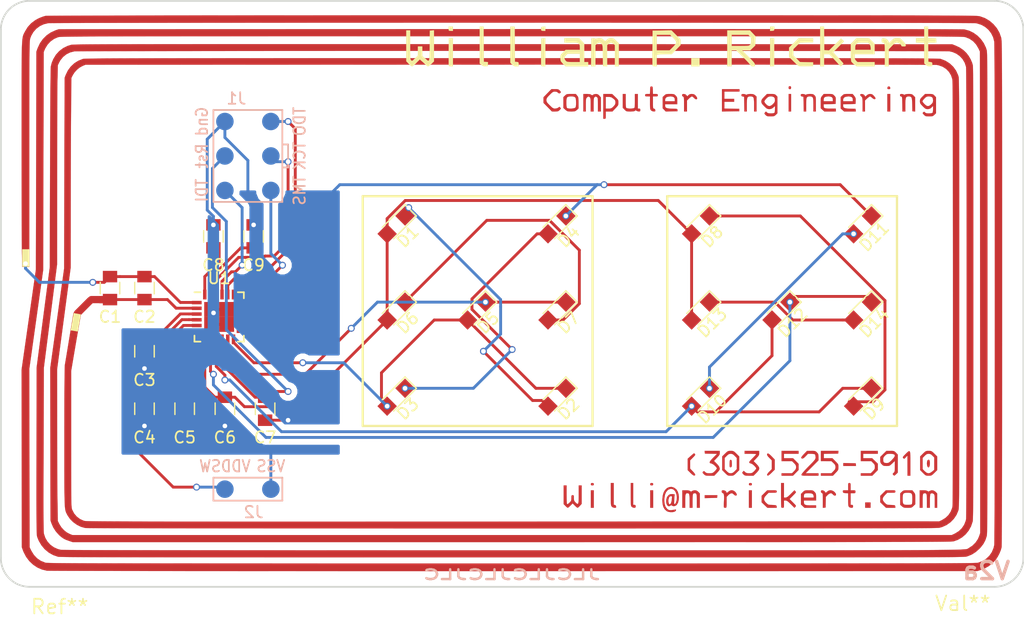
<source format=kicad_pcb>
(kicad_pcb (version 20171130) (host pcbnew 5.0.1)
  (layers (0 F.Cu signal) (31 B.Cu signal) (34 B.Paste user) (35 F.Paste user) (36 B.SilkS user) (37 F.SilkS user) (38 B.Mask user) (39 F.Mask user hide) (44 Edge.Cuts user))
  (net 0 "")
  (net 1 GND)
  (net 2 "Net-(C2-Pad1)")
  (net 3 "Net-(C2-Pad2)")
  (net 4 RST)
  (net 5 VDD)
  (net 6 "Net-(C5-Pad1)")
  (net 7 "Net-(C7-Pad2)")
  (net 8 "Net-(C7-Pad1)")
  (net 9 "Net-(C8-Pad2)")
  (net 10 "Net-(C9-Pad2)")
  (net 11 "Net-(D1-Pad1)")
  (net 12 P0)
  (net 13 "Net-(D3-Pad1)")
  (net 14 P1)
  (net 15 "Net-(D6-Pad1)")
  (net 16 "Net-(D8-Pad1)")
  (net 17 P2)
  (net 18 "Net-(D10-Pad1)")
  (net 19 P3)
  (net 20 "Net-(D13-Pad1)")
  (net 21 P5)
  (net 22 P7)
  (net 23 P4)
  (net 24 P6)
  (net 25 "Net-(U1-Pad13)")
  (net 26 "Net-(U1-Pad14)")
  (net 27 "Net-(U1-Pad15)")
  (net 28 "Net-(U1-Pad16)")
  (net 29 "Net-(U1-Pad17)")
  (net 30 "Net-(U1-Pad18)")
  (net 31 VDDA)
  (module Capacitors_SMD:C_0805 (layer F.Cu) (at 124.5 104 270)
    (fp_text reference C3 (at 2.5 0) (layer F.SilkS))
    (fp_text value 2.2uF)
    (pad 2 smd rect (at 1 0 270) (size 1 1.25) (layers F.Cu F.Paste F.Mask) (net 1 GND))
    (pad 1 smd rect (at -1 0 270) (size 1 1.25) (layers F.Cu F.Paste F.Mask) (net 31 VDDA))
  )
  (module Capacitors_SMD:C_0805 (layer F.Cu) (at 121.5 98.5 270)
    (fp_text reference C1 (at 2.5 0) (layer F.SilkS))
    (fp_text value 18pF)
    (pad 1 smd rect (at -1 0 270) (size 1 1.25) (layers F.Cu F.Paste F.Mask) (net 2 "Net-(C2-Pad1)"))
    (pad 2 smd rect (at 1 0 270) (size 1 1.25) (layers F.Cu F.Paste F.Mask) (net 3 "Net-(C2-Pad2)"))
  )
  (module Capacitors_SMD:C_0805 (layer F.Cu) (at 135 109 270)
    (fp_text reference C7 (at 2.5 0) (layer F.SilkS))
    (fp_text value 0.1uF)
    (pad 2 smd rect (at 1 0 270) (size 1 1.25) (layers F.Cu F.Paste F.Mask) (net 1 GND))
    (pad 1 smd rect (at -1 0 270) (size 1 1.25) (layers F.Cu F.Paste F.Mask) (net 4 RST))
  )
  (module Capacitors_SMD:C_0805 (layer F.Cu) (at 131.5 109 270)
    (fp_text reference C6 (at 2.5 0) (layer F.SilkS))
    (fp_text value 0.1uF)
    (pad 1 smd rect (at -1 0 270) (size 1 1.25) (layers F.Cu F.Paste F.Mask) (net 5 VDD))
    (pad 2 smd rect (at 1 0 270) (size 1 1.25) (layers F.Cu F.Paste F.Mask) (net 1 GND))
  )
  (module Capacitors_SMD:C_0805 (layer F.Cu) (at 124.5 109 270)
    (fp_text reference C4 (at 2.5 0) (layer F.SilkS))
    (fp_text value 0.1uF)
    (pad 1 smd rect (at -1 0 270) (size 1 1.25) (layers F.Cu F.Paste F.Mask) (net 6 "Net-(C5-Pad1)"))
    (pad 2 smd rect (at 1 0 270) (size 1 1.25) (layers F.Cu F.Paste F.Mask) (net 1 GND))
  )
  (module Capacitors_SMD:C_0805 (layer F.Cu) (at 124.5 98.5 270)
    (fp_text reference C2 (at 2.5 0) (layer F.SilkS))
    (fp_text value 18pF)
    (pad 1 smd rect (at -1 0 270) (size 1 1.25) (layers F.Cu F.Paste F.Mask) (net 2 "Net-(C2-Pad1)"))
    (pad 2 smd rect (at 1 0 270) (size 1 1.25) (layers F.Cu F.Paste F.Mask) (net 3 "Net-(C2-Pad2)"))
  )
  (module Capacitors_SMD:C_0805 (layer F.Cu) (at 128 109 90)
    (fp_text reference C5 (at -2.5 0 180) (layer F.SilkS))
    (fp_text value 0.01uF)
    (pad 2 smd rect (at 1 0 90) (size 1 1.25) (layers F.Cu F.Paste F.Mask) (net 7 "Net-(C7-Pad2)"))
    (pad 1 smd rect (at -1 0 90) (size 1 1.25) (layers F.Cu F.Paste F.Mask) (net 8 "Net-(C7-Pad1)"))
  )
  (module Capacitors_SMD:C_0805 (layer F.Cu) (at 130.5 94 270)
    (fp_text reference C8 (at 2.5 0) (layer F.SilkS))
    (fp_text value 0.1uF)
    (pad 2 smd rect (at 1 0 270) (size 1 1.25) (layers F.Cu F.Paste F.Mask) (net 9 "Net-(C8-Pad2)"))
    (pad 1 smd rect (at -1 0 270) (size 1 1.25) (layers F.Cu F.Paste F.Mask) (net 1 GND))
  )
  (module Capacitors_SMD:C_0805 (layer F.Cu) (at 134 94 270)
    (fp_text reference C9 (at 2.5 0) (layer F.SilkS))
    (fp_text value 0.1uF)
    (pad 1 smd rect (at -1 0 270) (size 1 1.25) (layers F.Cu F.Paste F.Mask) (net 1 GND))
    (pad 2 smd rect (at 1 0 270) (size 1 1.25) (layers F.Cu F.Paste F.Mask) (net 10 "Net-(C9-Pad2)"))
  )
  (module LEDs:LED_0805 (layer F.Cu) (at 146.400001 93 225)
    (fp_text reference D1 (at 0 -1.45 225) (layer F.SilkS))
    (fp_text value 1-1)
    (pad 2 smd rect (at 1.099999 0 45) (size 1.2 1.2) (layers F.Cu F.Paste F.Mask) (net 5 VDD))
    (pad 1 smd rect (at -1.099999 0 45) (size 1.2 1.2) (layers F.Cu F.Paste F.Mask) (net 11 "Net-(D1-Pad1)"))
  )
  (module LEDs:LED_0805 (layer F.Cu) (at 160.400001 108 225)
    (fp_text reference D2 (at 0 -1.45 225) (layer F.SilkS))
    (fp_text value 1-2)
    (pad 1 smd rect (at -1.099999 0 45) (size 1.2 1.2) (layers F.Cu F.Paste F.Mask) (net 12 P0))
    (pad 2 smd rect (at 1.099999 0 45) (size 1.2 1.2) (layers F.Cu F.Paste F.Mask) (net 11 "Net-(D1-Pad1)"))
  )
  (module LEDs:LED_0805 (layer F.Cu) (at 146.400001 108 225)
    (fp_text reference D3 (at 0 -1.45 225) (layer F.SilkS))
    (fp_text value 1-3)
    (pad 1 smd rect (at -1.099999 0 45) (size 1.2 1.2) (layers F.Cu F.Paste F.Mask) (net 13 "Net-(D3-Pad1)"))
    (pad 2 smd rect (at 1.099999 0 45) (size 1.2 1.2) (layers F.Cu F.Paste F.Mask) (net 12 P0))
  )
  (module LEDs:LED_0805 (layer F.Cu) (at 160.400001 93 225)
    (fp_text reference D4 (at 0 -1.45 225) (layer F.SilkS))
    (fp_text value 1-4)
    (pad 2 smd rect (at 1.099999 0 45) (size 1.2 1.2) (layers F.Cu F.Paste F.Mask) (net 13 "Net-(D3-Pad1)"))
    (pad 1 smd rect (at -1.099999 0 45) (size 1.2 1.2) (layers F.Cu F.Paste F.Mask) (net 1 GND))
  )
  (module LEDs:LED_0805 (layer F.Cu) (at 153.400001 100.5 225)
    (fp_text reference D5 (at 0 -1.45 225) (layer F.SilkS))
    (fp_text value 1-7)
    (pad 2 smd rect (at 1.099999 0 45) (size 1.2 1.2) (layers F.Cu F.Paste F.Mask) (net 12 P0))
    (pad 1 smd rect (at -1.099999 0 45) (size 1.2 1.2) (layers F.Cu F.Paste F.Mask) (net 14 P1))
  )
  (module LEDs:LED_0805 (layer F.Cu) (at 146.400001 100.5 225)
    (fp_text reference D6 (at 0 -1.45 225) (layer F.SilkS))
    (fp_text value 1-5)
    (pad 2 smd rect (at 1.099999 0 45) (size 1.2 1.2) (layers F.Cu F.Paste F.Mask) (net 5 VDD))
    (pad 1 smd rect (at -1.099999 0 45) (size 1.2 1.2) (layers F.Cu F.Paste F.Mask) (net 15 "Net-(D6-Pad1)"))
  )
  (module LEDs:LED_0805 (layer F.Cu) (at 160.400001 100.5 225)
    (fp_text reference D7 (at 0 -1.45 225) (layer F.SilkS))
    (fp_text value 1-6)
    (pad 1 smd rect (at -1.099999 0 45) (size 1.2 1.2) (layers F.Cu F.Paste F.Mask) (net 14 P1))
    (pad 2 smd rect (at 1.099999 0 45) (size 1.2 1.2) (layers F.Cu F.Paste F.Mask) (net 15 "Net-(D6-Pad1)"))
  )
  (module LEDs:LED_0805 (layer F.Cu) (at 172.900001 93 225)
    (fp_text reference D8 (at 0 -1.45 225) (layer F.SilkS))
    (fp_text value 2-1)
    (pad 1 smd rect (at -1.099999 0 45) (size 1.2 1.2) (layers F.Cu F.Paste F.Mask) (net 16 "Net-(D8-Pad1)"))
    (pad 2 smd rect (at 1.099999 0 45) (size 1.2 1.2) (layers F.Cu F.Paste F.Mask) (net 5 VDD))
  )
  (module LEDs:LED_0805 (layer F.Cu) (at 187 108 225)
    (fp_text reference D9 (at 0 -1.45 225) (layer F.SilkS))
    (fp_text value 2-2)
    (pad 2 smd rect (at 1.099999 0 45) (size 1.2 1.2) (layers F.Cu F.Paste F.Mask) (net 16 "Net-(D8-Pad1)"))
    (pad 1 smd rect (at -1.099999 0 45) (size 1.2 1.2) (layers F.Cu F.Paste F.Mask) (net 17 P2))
  )
  (module LEDs:LED_0805 (layer F.Cu) (at 172.900001 108 225)
    (fp_text reference D10 (at 0 -1.45 225) (layer F.SilkS))
    (fp_text value 2-3)
    (pad 2 smd rect (at 1.099999 0 45) (size 1.2 1.2) (layers F.Cu F.Paste F.Mask) (net 17 P2))
    (pad 1 smd rect (at -1.099999 0 45) (size 1.2 1.2) (layers F.Cu F.Paste F.Mask) (net 18 "Net-(D10-Pad1)"))
  )
  (module LEDs:LED_0805 (layer F.Cu) (at 187 93 225)
    (fp_text reference D11 (at 0 -1.45 225) (layer F.SilkS))
    (fp_text value 2-4)
    (pad 1 smd rect (at -1.099999 0 45) (size 1.2 1.2) (layers F.Cu F.Paste F.Mask) (net 1 GND))
    (pad 2 smd rect (at 1.099999 0 45) (size 1.2 1.2) (layers F.Cu F.Paste F.Mask) (net 18 "Net-(D10-Pad1)"))
  )
  (module LEDs:LED_0805 (layer F.Cu) (at 179.900001 100.5 225)
    (fp_text reference D12 (at 0 -1.45 225) (layer F.SilkS))
    (fp_text value 2-7)
    (pad 1 smd rect (at -1.099999 0 45) (size 1.2 1.2) (layers F.Cu F.Paste F.Mask) (net 19 P3))
    (pad 2 smd rect (at 1.099999 0 45) (size 1.2 1.2) (layers F.Cu F.Paste F.Mask) (net 17 P2))
  )
  (module LEDs:LED_0805 (layer F.Cu) (at 172.900001 100.5 225)
    (fp_text reference D13 (at 0 -1.45 225) (layer F.SilkS))
    (fp_text value 2-5)
    (pad 1 smd rect (at -1.099999 0 45) (size 1.2 1.2) (layers F.Cu F.Paste F.Mask) (net 20 "Net-(D13-Pad1)"))
    (pad 2 smd rect (at 1.099999 0 45) (size 1.2 1.2) (layers F.Cu F.Paste F.Mask) (net 5 VDD))
  )
  (module LEDs:LED_0805 (layer F.Cu) (at 187 100.5 225)
    (fp_text reference D14 (at 0 -1.45 225) (layer F.SilkS))
    (fp_text value 2-6)
    (pad 2 smd rect (at 1.099999 0 45) (size 1.2 1.2) (layers F.Cu F.Paste F.Mask) (net 20 "Net-(D13-Pad1)"))
    (pad 1 smd rect (at -1.099999 0 45) (size 1.2 1.2) (layers F.Cu F.Paste F.Mask) (net 19 P3))
  )
  (module NFCBusiness:Jtag (layer B.Cu) (at 133.5 87 90)
    (fp_text reference J1 (at 5 -1) (layer B.SilkS) (effects (justify mirror)))
    (fp_text value JTAG)
    (fp_text user TMS (at -3 4.5 90) (layer B.SilkS) (effects (font (size 1 0.9)) (justify mirror)))
    (fp_text user TCK (at 0 4.5 90) (layer B.SilkS) (effects (font (size 1 0.9)) (justify mirror)))
    (fp_text user TDO (at 3 4.5 90) (layer B.SilkS) (effects (font (size 1 0.9)) (justify mirror)))
    (fp_text user TDI (at -3 -4 90) (layer B.SilkS) (effects (font (size 1 0.9)) (justify mirror)))
    (fp_text user Rst (at 0 -4 90) (layer B.SilkS) (effects (font (size 1 0.9)) (justify mirror)))
    (fp_text user Gnd (at 3 -4 90) (layer B.SilkS) (effects (font (size 1 0.9)) (justify mirror)))
    (pad 1 smd circle (at -3 -2 90) (size 1.524 1.524) (layers B.Cu B.Paste B.Mask) (net 21 P5))
    (pad 2 smd circle (at -3 2 90) (size 1.524 1.524) (layers B.Cu B.Paste B.Mask) (net 22 P7))
    (pad 3 smd circle (at 0 -2 90) (size 1.524 1.524) (layers B.Cu B.Paste B.Mask) (net 4 RST))
    (pad 4 smd circle (at 0 2 90) (size 1.524 1.524) (layers B.Cu B.Paste B.Mask) (net 23 P4))
    (pad 5 smd circle (at 3 -2 90) (size 1.524 1.524) (layers B.Cu B.Paste B.Mask) (net 1 GND))
    (pad 6 smd circle (at 3 2 90) (size 1.524 1.524) (layers B.Cu B.Paste B.Mask) (net 24 P6))
  )
  (module NFCBusiness:PwrPins (layer B.Cu) (at 133.5 116 180)
    (fp_text reference J2 (at -0.5 -2 180) (layer B.SilkS) (effects (justify mirror)))
    (fp_text value Power)
    (fp_text user VSS (at -2 2 180) (layer B.SilkS) (effects (font (size 1 0.9)) (justify mirror)))
    (fp_text user VDDSW (at 2 2 180) (layer B.SilkS) (effects (font (size 1 0.9)) (justify mirror)))
    (pad 1 smd circle (at -2 0 180) (size 1.524 1.524) (layers B.Cu B.Paste B.Mask) (net 1 GND))
    (pad 2 smd circle (at 2 0 180) (size 1.524 1.524) (layers B.Cu B.Paste B.Mask) (net 31 VDDA))
  )
  (module Housings_DFN_QFN:QFN-24-1EP_4x4mm_Pitch0.5mm (layer F.Cu) (at 131 101.01)
    (fp_text reference U1 (at 0 -3.375) (layer F.SilkS))
    (fp_text value RF430FRL)
    (pad 1 smd rect (at -1.95 -1.25) (size 0.85 0.3) (layers F.Cu F.Paste F.Mask) (net 2 "Net-(C2-Pad1)"))
    (pad 2 smd rect (at -1.95 -0.75) (size 0.85 0.3) (layers F.Cu F.Paste F.Mask) (net 3 "Net-(C2-Pad2)"))
    (pad 3 smd rect (at -1.95 -0.25) (size 0.85 0.3) (layers F.Cu F.Paste F.Mask) (net 31 VDDA))
    (pad 4 smd rect (at -1.95 0.25) (size 0.85 0.3) (layers F.Cu F.Paste F.Mask) (net 6 "Net-(C5-Pad1)"))
    (pad 5 smd rect (at -1.95 0.75) (size 0.85 0.3) (layers F.Cu F.Paste F.Mask) (net 7 "Net-(C7-Pad2)"))
    (pad 6 smd rect (at -1.95 1.25) (size 0.85 0.3) (layers F.Cu F.Paste F.Mask) (net 8 "Net-(C7-Pad1)"))
    (pad 7 smd rect (at -1.25 1.95 90) (size 0.85 0.3) (layers F.Cu F.Paste F.Mask) (net 5 VDD))
    (pad 8 smd rect (at -0.75 1.95 90) (size 0.85 0.3) (layers F.Cu F.Paste F.Mask) (net 19 P3))
    (pad 9 smd rect (at -0.25 1.95 90) (size 0.85 0.3) (layers F.Cu F.Paste F.Mask) (net 17 P2))
    (pad 10 smd rect (at 0.25 1.95 90) (size 0.85 0.3) (layers F.Cu F.Paste F.Mask) (net 4 RST))
    (pad 11 smd rect (at 0.75 1.95 90) (size 0.85 0.3) (layers F.Cu F.Paste F.Mask) (net 14 P1))
    (pad 12 smd rect (at 1.25 1.95 90) (size 0.85 0.3) (layers F.Cu F.Paste F.Mask) (net 12 P0))
    (pad 13 smd rect (at 1.95 1.25) (size 0.85 0.3) (layers F.Cu F.Paste F.Mask) (net 25 "Net-(U1-Pad13)"))
    (pad 14 smd rect (at 1.95 0.75) (size 0.85 0.3) (layers F.Cu F.Paste F.Mask) (net 26 "Net-(U1-Pad14)"))
    (pad 15 smd rect (at 1.95 0.25) (size 0.85 0.3) (layers F.Cu F.Paste F.Mask) (net 27 "Net-(U1-Pad15)"))
    (pad 16 smd rect (at 1.95 -0.25) (size 0.85 0.3) (layers F.Cu F.Paste F.Mask) (net 28 "Net-(U1-Pad16)"))
    (pad 17 smd rect (at 1.95 -0.75) (size 0.85 0.3) (layers F.Cu F.Paste F.Mask) (net 29 "Net-(U1-Pad17)"))
    (pad 18 smd rect (at 1.95 -1.25) (size 0.85 0.3) (layers F.Cu F.Paste F.Mask) (net 30 "Net-(U1-Pad18)"))
    (pad 19 smd rect (at 1.25 -1.95 90) (size 0.85 0.3) (layers F.Cu F.Paste F.Mask) (net 22 P7))
    (pad 20 smd rect (at 0.75 -1.95 90) (size 0.85 0.3) (layers F.Cu F.Paste F.Mask) (net 24 P6))
    (pad 21 smd rect (at 0.25 -1.95 90) (size 0.85 0.3) (layers F.Cu F.Paste F.Mask) (net 21 P5))
    (pad 22 smd rect (at -0.25 -1.95 90) (size 0.85 0.3) (layers F.Cu F.Paste F.Mask) (net 23 P4))
    (pad 23 smd rect (at -0.75 -1.95 90) (size 0.85 0.3) (layers F.Cu F.Paste F.Mask) (net 10 "Net-(C9-Pad2)"))
    (pad 24 smd rect (at -1.25 -1.95 90) (size 0.85 0.3) (layers F.Cu F.Paste F.Mask) (net 9 "Net-(C8-Pad2)"))
    (pad 25 smd rect (at 0.65 0.65) (size 1.3 1.3) (layers F.Cu F.Paste F.Mask) (net 1 GND))
    (pad 25 smd rect (at 0.65 -0.65) (size 1.3 1.3) (layers F.Cu F.Paste F.Mask) (net 1 GND))
    (pad 25 smd rect (at -0.65 0.65) (size 1.3 1.3) (layers F.Cu F.Paste F.Mask) (net 1 GND))
    (pad 25 smd rect (at -0.65 -0.65) (size 1.3 1.3) (layers F.Cu F.Paste F.Mask) (net 1 GND))
  )
  (module NFCBuisness:Layout-v2 (layer F.Cu) (at 156.22 98.68)
    (fp_text reference Ref** (at -39.1 27.55) (layer F.SilkS) (effects (font (size 1.27 1.27))))
    (fp_text value Val** (at 39.51 27.27) (layer F.SilkS) (effects (font (size 1.27 1.27))))
    (fp_poly (pts (xy 2.519649 -23.918332) (xy 4.658892 -23.918327) (xy 6.716659 -23.918315) (xy 8.694548 -23.918292) (xy 10.594154 -23.918255) (xy 12.417072 -23.918201) (xy 14.164899 -23.918127) (xy 15.839231 -23.918028) (xy 17.441664 -23.917902) (xy 18.973793 -23.917746) (xy 20.437214 -23.917556) (xy 21.833524 -23.917328) (xy 23.164318 -23.91706) (xy 24.431193 -23.916749) (xy 25.635743 -23.91639) (xy 26.779565 -23.915981) (xy 27.864256 -23.915518) (xy 28.89141 -23.914998) (xy 29.862623 -23.914417) (xy 30.779493 -23.913773) (xy 31.643614 -23.913062) (xy 32.456582 -23.912281) (xy 33.219994 -23.911426) (xy 33.935445 -23.910494) (xy 34.604531 -23.909482) (xy 35.228848 -23.908386) (xy 35.809992 -23.907204) (xy 36.34956 -23.905931) (xy 36.849146 -23.904564) (xy 37.310346 -23.903101) (xy 37.734758 -23.901538) (xy 38.123976 -23.899871) (xy 38.479596 -23.898098) (xy 38.803215 -23.896214) (xy 39.096428 -23.894217) (xy 39.360831 -23.892103) (xy 39.59802 -23.889869) (xy 39.809591 -23.887512) (xy 39.99714 -23.885028) (xy 40.162264 -23.882414) (xy 40.306556 -23.879667) (xy 40.431615 -23.876783) (xy 40.539035 -23.87376) (xy 40.630412 -23.870593) (xy 40.707343 -23.867279) (xy 40.771423 -23.863816) (xy 40.824248 -23.860199) (xy 40.867415 -23.856426) (xy 40.902518 -23.852493) (xy 40.931155 -23.848397) (xy 40.95492 -23.844135) (xy 40.97541 -23.839703) (xy 40.99422 -23.835097) (xy 40.99936 -23.833787) (xy 41.429229 -23.681178) (xy 41.822427 -23.452434) (xy 42.167301 -23.159634) (xy 42.46984 -22.800978) (xy 42.695783 -22.40645) (xy 42.841454 -21.991694) (xy 42.847728 -21.966513) (xy 42.853684 -21.939845) (xy 42.859329 -21.909508) (xy 42.864673 -21.873323) (xy 42.869724 -21.829108) (xy 42.874489 -21.774682) (xy 42.878977 -21.707865) (xy 42.883197 -21.626476) (xy 42.887157 -21.528334) (xy 42.890864 -21.411258) (xy 42.894328 -21.273068) (xy 42.897556 -21.111583) (xy 42.900557 -20.924622) (xy 42.90334 -20.710004) (xy 42.905911 -20.465548) (xy 42.908281 -20.189074) (xy 42.910456 -19.878401) (xy 42.912446 -19.531348) (xy 42.914258 -19.145734) (xy 42.915901 -18.719379) (xy 42.917383 -18.250101) (xy 42.918713 -17.735721) (xy 42.919898 -17.174056) (xy 42.920947 -16.562927) (xy 42.921869 -15.900153) (xy 42.922671 -15.183552) (xy 42.923362 -14.410945) (xy 42.92395 -13.580149) (xy 42.924443 -12.688986) (xy 42.924851 -11.735273) (xy 42.92518 -10.71683) (xy 42.925439 -9.631476) (xy 42.925637 -8.47703) (xy 42.925782 -7.251312) (xy 42.925882 -5.952141) (xy 42.925946 -4.577335) (xy 42.925981 -3.124715) (xy 42.925996 -1.5921) (xy 42.926 0.022692) (xy 42.926 0.258688) (xy 42.925944 2.022669) (xy 42.925776 3.703277) (xy 42.925491 5.301805) (xy 42.925088 6.819547) (xy 42.924564 8.257795) (xy 42.923916 9.617845) (xy 42.923141 10.900989) (xy 42.922236 12.10852) (xy 42.9212 13.241732) (xy 42.920028 14.301918) (xy 42.918718 15.290373) (xy 42.917268 16.208388) (xy 42.915675 17.057258) (xy 42.913935 17.838277) (xy 42.912047 18.552737) (xy 42.910007 19.201932) (xy 42.907813 19.787156) (xy 42.905462 20.309701) (xy 42.902951 20.770862) (xy 42.900277 21.171932) (xy 42.897439 21.514204) (xy 42.894432 21.798971) (xy 42.891254 22.027528) (xy 42.887903 22.201168) (xy 42.884376 22.321183) (xy 42.880669 22.388868) (xy 42.878893 22.402833) (xy 42.805576 22.652952) (xy 42.691415 22.928136) (xy 42.552398 23.195215) (xy 42.404511 23.421017) (xy 42.363144 23.472977) (xy 42.063023 23.788967) (xy 41.746694 24.035304) (xy 41.392748 24.226845) (xy 41.126833 24.33091) (xy 40.788167 24.4475) (xy 0.423333 24.452958) (xy -1.755901 24.453211) (xy -3.887756 24.453377) (xy -5.971083 24.453456) (xy -8.00473 24.453449) (xy -9.987549 24.453357) (xy -11.918388 24.453181) (xy -13.796099 24.452922) (xy -15.619531 24.45258) (xy -17.387534 24.452158) (xy -19.098959 24.451655) (xy -20.752655 24.451074) (xy -22.347472 24.450413) (xy -23.882261 24.449676) (xy -25.355871 24.448862) (xy -26.767153 24.447973) (xy -28.114956 24.447009) (xy -29.398131 24.445972) (xy -30.615528 24.444862) (xy -31.765997 24.44368) (xy -32.848387 24.442428) (xy -33.861549 24.441106) (xy -34.804333 24.439715) (xy -35.675588 24.438257) (xy -36.474166 24.436732) (xy -37.198916 24.43514) (xy -37.848687 24.433484) (xy -38.422331 24.431764) (xy -38.918697 24.429981) (xy -39.336635 24.428136) (xy -39.674995 24.426229) (xy -39.932627 24.424263) (xy -40.108382 24.422237) (xy -40.201109 24.420153) (xy -40.215099 24.419249) (xy -40.648197 24.3156) (xy -41.05346 24.136285) (xy -41.423145 23.887886) (xy -41.749512 23.576985) (xy -42.024819 23.210162) (xy -42.241324 22.794) (xy -42.298055 22.648334) (xy -42.396833 22.373167) (xy -42.408192 14.658868) (xy -42.41955 6.944568) (xy -41.794358 2.572701) (xy -41.169167 -1.799166) (xy -41.126833 -20.7645) (xy -41.012733 -21.076955) (xy -40.818078 -21.492544) (xy -40.55785 -21.862051) (xy -40.24 -22.1776) (xy -39.872477 -22.431317) (xy -39.463234 -22.615325) (xy -39.45772 -22.617208) (xy -39.1795 -22.711833) (xy 0.105833 -22.723707) (xy 2.502792 -22.724398) (xy 4.815932 -22.724998) (xy 7.046098 -22.725504) (xy 9.194138 -22.725918) (xy 11.260898 -22.726237) (xy 13.247226 -22.726462) (xy 15.153967 -22.72659) (xy 16.981969 -22.726623) (xy 18.732079 -22.726558) (xy 20.405144 -22.726396) (xy 22.002009 -22.726135) (xy 23.523522 -22.725775) (xy 24.97053 -22.725314) (xy 26.343879 -22.724754) (xy 27.644416 -22.724091) (xy 28.872988 -22.723327) (xy 30.030442 -22.722459) (xy 31.117624 -22.721488) (xy 32.135381 -22.720413) (xy 33.084561 -22.719232) (xy 33.966009 -22.717946) (xy 34.780573 -22.716553) (xy 35.529099 -22.715053) (xy 36.212434 -22.713445) (xy 36.831425 -22.711728) (xy 37.386919 -22.709901) (xy 37.879762 -22.707965) (xy 38.310801 -22.705917) (xy 38.680883 -22.703758) (xy 38.990854 -22.701486) (xy 39.241562 -22.699101) (xy 39.433854 -22.696603) (xy 39.568575 -22.693989) (xy 39.646573 -22.691261) (xy 39.666333 -22.689596) (xy 40.063172 -22.581689) (xy 40.438118 -22.399524) (xy 40.78094 -22.152699) (xy 41.081409 -21.850815) (xy 41.329296 -21.503473) (xy 41.514369 -21.120273) (xy 41.588894 -20.885389) (xy 41.594023 -20.860249) (xy 41.598888 -20.824182) (xy 41.603493 -20.774997) (xy 41.607848 -20.710502) (xy 41.611957 -20.628505) (xy 41.615829 -20.526817) (xy 41.61947 -20.403245) (xy 41.622888 -20.255598) (xy 41.626089 -20.081685) (xy 41.62908 -19.879315) (xy 41.631868 -19.646297) (xy 41.63446 -19.380438) (xy 41.636863 -19.079548) (xy 41.639084 -18.741436) (xy 41.64113 -18.363911) (xy 41.643008 -17.94478) (xy 41.644725 -17.481853) (xy 41.646288 -16.972939) (xy 41.647703 -16.415846) (xy 41.648978 -15.808382) (xy 41.65012 -15.148358) (xy 41.651135 -14.433581) (xy 41.652031 -13.66186) (xy 41.652815 -12.831005) (xy 41.653493 -11.938822) (xy 41.654072 -10.983123) (xy 41.65456 -9.961714) (xy 41.654963 -8.872405) (xy 41.655288 -7.713005) (xy 41.655543 -6.481322) (xy 41.655734 -5.175165) (xy 41.655868 -3.792343) (xy 41.655952 -2.330664) (xy 41.655993 -0.787938) (xy 41.656 0.2618) (xy 41.65598 1.862913) (xy 41.655916 3.381529) (xy 41.655801 4.819818) (xy 41.655629 6.17995) (xy 41.655393 7.464095) (xy 41.655087 8.674422) (xy 41.654703 9.813102) (xy 41.654235 10.882304) (xy 41.653677 11.884199) (xy 41.653022 12.820955) (xy 41.652264 13.694744) (xy 41.651395 14.507734) (xy 41.650409 15.262096) (xy 41.6493 15.96) (xy 41.648061 16.603615) (xy 41.646685 17.195111) (xy 41.645166 17.736658) (xy 41.643497 18.230426) (xy 41.641671 18.678585) (xy 41.639682 19.083305) (xy 41.637524 19.446755) (xy 41.635189 19.771105) (xy 41.632671 20.058526) (xy 41.629964 20.311187) (xy 41.62706 20.531258) (xy 41.623953 20.720909) (xy 41.620638 20.882309) (xy 41.617106 21.017629) (xy 41.613351 21.129039) (xy 41.609367 21.218708) (xy 41.605148 21.288805) (xy 41.600686 21.341502) (xy 41.595974 21.378968) (xy 41.591585 21.401189) (xy 41.467208 21.773773) (xy 41.29052 22.102485) (xy 41.048138 22.410359) (xy 40.939977 22.522758) (xy 40.622701 22.800666) (xy 40.297316 23.006951) (xy 39.943532 23.153772) (xy 39.830887 23.187473) (xy 39.813275 23.191646) (xy 39.790157 23.195661) (xy 39.759924 23.199521) (xy 39.720964 23.203229) (xy 39.671668 23.206788) (xy 39.610427 23.210202) (xy 39.53563 23.213472) (xy 39.445667 23.216603) (xy 39.338928 23.219597) (xy 39.213802 23.222458) (xy 39.068681 23.225188) (xy 38.901954 23.22779) (xy 38.712011 23.230268) (xy 38.497242 23.232624) (xy 38.256037 23.234862) (xy 37.986786 23.236984) (xy 37.687879 23.238994) (xy 37.357706 23.240895) (xy 36.994657 23.242689) (xy 36.597122 23.24438) (xy 36.16349 23.245971) (xy 35.692153 23.247464) (xy 35.181499 23.248864) (xy 34.629919 23.250172) (xy 34.035804 23.251392) (xy 33.397542 23.252527) (xy 32.713523 23.25358) (xy 31.982139 23.254555) (xy 31.201778 23.255453) (xy 30.370832 23.256278) (xy 29.487689 23.257034) (xy 28.55074 23.257723) (xy 27.558374 23.258348) (xy 26.508982 23.258912) (xy 25.400954 23.259419) (xy 24.23268 23.259871) (xy 23.00255 23.260272) (xy 21.708953 23.260624) (xy 20.35028 23.26093) (xy 18.92492 23.261194) (xy 17.431264 23.261419) (xy 15.867702 23.261607) (xy 14.232624 23.261761) (xy 12.524419 23.261886) (xy 10.741477 23.261983) (xy 8.882189 23.262056) (xy 6.944945 23.262108) (xy 4.928135 23.262142) (xy 2.830148 23.26216) (xy 0.649374 23.262167) (xy 0.275167 23.262167) (xy -1.961602 23.262152) (xy -4.115199 23.262104) (xy -6.187116 23.262023) (xy -8.178849 23.261905) (xy -10.091891 23.261748) (xy -11.927736 23.261551) (xy -13.687879 23.261311) (xy -15.373813 23.261026) (xy -16.987032 23.260693) (xy -18.52903 23.260312) (xy -20.001302 23.259878) (xy -21.40534 23.259391) (xy -22.74264 23.258848) (xy -24.014695 23.258248) (xy -25.222999 23.257586) (xy -26.369046 23.256863) (xy -27.45433 23.256075) (xy -28.480345 23.25522) (xy -29.448586 23.254297) (xy -30.360545 23.253302) (xy -31.217717 23.252234) (xy -32.021597 23.251091) (xy -32.773677 23.24987) (xy -33.475453 23.24857) (xy -34.128417 23.247188) (xy -34.734064 23.245721) (xy -35.293888 23.244169) (xy -35.809383 23.242528) (xy -36.282043 23.240796) (xy -36.713362 23.238972) (xy -37.104834 23.237053) (xy -37.457952 23.235037) (xy -37.774212 23.232922) (xy -38.055106 23.230706) (xy -38.302129 23.228386) (xy -38.516775 23.22596) (xy -38.700538 23.223426) (xy -38.854911 23.220783) (xy -38.981389 23.218027) (xy -39.081466 23.215157) (xy -39.156635 23.21217) (xy -39.208392 23.209065) (xy -39.238228 23.205839) (xy -39.243 23.204879) (xy -39.669123 23.057643) (xy -40.057012 22.838162) (xy -40.39993 22.552781) (xy -40.69114 22.207843) (xy -40.923907 21.809693) (xy -41.047576 21.505334) (xy -41.057614 21.473552) (xy -41.066759 21.437313) (xy -41.075048 21.392765) (xy -41.082516 21.336057) (xy -41.089201 21.263338) (xy -41.095138 21.170757) (xy -41.100365 21.054463) (xy -41.104916 20.910606) (xy -41.10883 20.735334) (xy -41.112141 20.524796) (xy -41.114888 20.275141) (xy -41.117105 19.982519) (xy -41.11883 19.643078) (xy -41.120098 19.252968) (xy -41.120946 18.808337) (xy -41.121411 18.305335) (xy -41.121529 17.74011) (xy -41.121336 17.108812) (xy -41.120869 16.407589) (xy -41.120164 15.632591) (xy -41.119257 14.779966) (xy -41.11838 14.012334) (xy -41.109926 6.752167) (xy -40.535668 2.370667) (xy -39.961409 -2.010833) (xy -39.938117 -10.583333) (xy -39.935195 -11.584225) (xy -39.932005 -12.537809) (xy -39.928567 -13.441468) (xy -39.924899 -14.292586) (xy -39.92102 -15.088547) (xy -39.916949 -15.826735) (xy -39.912706 -16.504533) (xy -39.90831 -17.119326) (xy -39.903779 -17.668497) (xy -39.899133 -18.14943) (xy -39.894391 -18.559509) (xy -39.889572 -18.896118) (xy -39.884694 -19.156641) (xy -39.879778 -19.338461) (xy -39.874842 -19.438963) (xy -39.87346 -19.452166) (xy -39.795593 -19.77411) (xy -39.658658 -20.108333) (xy -39.431574 -20.48521) (xy -39.143377 -20.806042) (xy -38.800733 -21.065531) (xy -38.410303 -21.258373) (xy -38.090067 -21.356095) (xy -38.068225 -21.359789) (xy -38.034121 -21.363339) (xy -37.986154 -21.366745) (xy -37.922721 -21.370012) (xy -37.842221 -21.37314) (xy -37.743054 -21.376133) (xy -37.623617 -21.378992) (xy -37.48231 -21.38172) (xy -37.317531 -21.384318) (xy -37.127678 -21.38679) (xy -36.91115 -21.389138) (xy -36.666347 -21.391363) (xy -36.391666 -21.393468) (xy -36.085506 -21.395456) (xy -35.746266 -21.397328) (xy -35.372344 -21.399086) (xy -34.96214 -21.400734) (xy -34.514051 -21.402273) (xy -34.026476 -21.403705) (xy -33.497815 -21.405034) (xy -32.926465 -21.40626) (xy -32.310826 -21.407386) (xy -31.649295 -21.408415) (xy -30.940272 -21.409349) (xy -30.182155 -21.41019) (xy -29.373344 -21.41094) (xy -28.512235 -21.411601) (xy -27.597229 -21.412176) (xy -26.626723 -21.412668) (xy -25.599117 -21.413077) (xy -24.512809 -21.413407) (xy -23.366197 -21.41366) (xy -22.157681 -21.413838) (xy -20.885659 -21.413944) (xy -19.548529 -21.413978) (xy -18.144691 -21.413945) (xy -16.672542 -21.413846) (xy -15.130482 -21.413683) (xy -13.516909 -21.413458) (xy -11.830222 -21.413174) (xy -10.068819 -21.412834) (xy -8.2311 -21.412438) (xy -6.315462 -21.411991) (xy -4.320304 -21.411493) (xy -2.244025 -21.410947) (xy -0.085024 -21.410355) (xy 0.388198 -21.410223) (xy 38.586833 -21.3995) (xy 38.869565 -21.289433) (xy 39.239847 -21.115321) (xy 39.556401 -20.897099) (xy 39.812436 -20.653557) (xy 40.012387 -20.397243) (xy 40.187557 -20.096485) (xy 40.32079 -19.784037) (xy 40.381895 -19.566499) (xy 40.385875 -19.519327) (xy 40.389654 -19.416422) (xy 40.393235 -19.256553) (xy 40.396621 -19.038487) (xy 40.399814 -18.760992) (xy 40.402818 -18.422837) (xy 40.405635 -18.022789) (xy 40.408269 -17.559617) (xy 40.410721 -17.032087) (xy 40.412995 -16.438969) (xy 40.415094 -15.77903) (xy 40.41702 -15.051038) (xy 40.418777 -14.253761) (xy 40.420367 -13.385967) (xy 40.421793 -12.446424) (xy 40.423057 -11.433899) (xy 40.424164 -10.347162) (xy 40.425115 -9.184979) (xy 40.425914 -7.946119) (xy 40.426563 -6.62935) (xy 40.427065 -5.233439) (xy 40.427423 -3.757156) (xy 40.42764 -2.199266) (xy 40.427718 -0.558539) (xy 40.427707 0.266667) (xy 40.42763 1.827247) (xy 40.427497 3.305346) (xy 40.427301 4.703151) (xy 40.427036 6.022847) (xy 40.426694 7.266622) (xy 40.426269 8.436661) (xy 40.425755 9.535151) (xy 40.425145 10.564277) (xy 40.424431 11.526226) (xy 40.423608 12.423185) (xy 40.422668 13.257338) (xy 40.421605 14.030873) (xy 40.420412 14.745976) (xy 40.419083 15.404832) (xy 40.41761 16.009629) (xy 40.415988 16.562551) (xy 40.414209 17.065786) (xy 40.412267 17.52152) (xy 40.410155 17.931939) (xy 40.407866 18.299228) (xy 40.405393 18.625575) (xy 40.402731 18.913165) (xy 40.399872 19.164185) (xy 40.396809 19.38082) (xy 40.393536 19.565257) (xy 40.390046 19.719683) (xy 40.386333 19.846283) (xy 40.38239 19.947243) (xy 40.378209 20.02475) (xy 40.373785 20.08099) (xy 40.36911 20.118149) (xy 40.366859 20.1295) (xy 40.227205 20.548018) (xy 40.020109 20.925616) (xy 39.752951 21.254584) (xy 39.433111 21.527216) (xy 39.067972 21.735804) (xy 38.707723 21.862146) (xy 38.687719 21.865931) (xy 38.656802 21.86957) (xy 38.613363 21.873068) (xy 38.555794 21.876426) (xy 38.482485 21.879648) (xy 38.391828 21.882736) (xy 38.282214 21.885694) (xy 38.152033 21.888524) (xy 37.999677 21.891228) (xy 37.823538 21.89381) (xy 37.622005 21.896272) (xy 37.393471 21.898617) (xy 37.136327 21.900848) (xy 36.848963 21.902968) (xy 36.52977 21.904979) (xy 36.177141 21.906885) (xy 35.789466 21.908687) (xy 35.365135 21.910389) (xy 34.902541 21.911994) (xy 34.400075 21.913504) (xy 33.856126 21.914923) (xy 33.269088 21.916252) (xy 32.63735 21.917495) (xy 31.959304 21.918654) (xy 31.233342 21.919733) (xy 30.457853 21.920734) (xy 29.631229 21.921659) (xy 28.751863 21.922512) (xy 27.818143 21.923296) (xy 26.828462 21.924013) (xy 25.781211 21.924665) (xy 24.674781 21.925257) (xy 23.507563 21.92579) (xy 22.277949 21.926267) (xy 20.984328 21.926691) (xy 19.625093 21.927065) (xy 18.198635 21.927392) (xy 16.703344 21.927674) (xy 15.137612 21.927914) (xy 13.49983 21.928116) (xy 11.788389 21.928281) (xy 10.00168 21.928413) (xy 8.138095 21.928514) (xy 6.196024 21.928587) (xy 4.173859 21.928635) (xy 2.069991 21.92866) (xy 0.234187 21.928667) (xy -37.979239 21.928667) (xy -38.304203 21.819654) (xy -38.554809 21.727079) (xy -38.754078 21.629208) (xy -38.93421 21.506978) (xy -39.127409 21.341325) (xy -39.154284 21.316428) (xy -39.432727 21.007573) (xy -39.659283 20.65528) (xy -39.804542 20.323054) (xy -39.899167 20.044834) (xy -39.910644 13.410589) (xy -39.922121 6.776345) (xy -38.714319 -1.883833) (xy -38.69291 -10.181166) (xy -38.6715 -18.4785) (xy -38.576317 -18.730843) (xy -38.387775 -19.119163) (xy -38.136748 -19.460192) (xy -37.832014 -19.745838) (xy -37.48235 -19.968007) (xy -37.096532 -20.118605) (xy -37.061074 -20.128179) (xy -37.040734 -20.131927) (xy -37.007975 -20.13553) (xy -36.961174 -20.13899) (xy -36.898707 -20.142311) (xy -36.818952 -20.145495) (xy -36.720284 -20.148545) (xy -36.60108 -20.151463) (xy -36.459717 -20.154253) (xy -36.294572 -20.156918) (xy -36.104021 -20.15946) (xy -35.886441 -20.161882) (xy -35.640208 -20.164187) (xy -35.363699 -20.166377) (xy -35.05529 -20.168456) (xy -34.713358 -20.170427) (xy -34.336281 -20.172291) (xy -33.922433 -20.174053) (xy -33.470193 -20.175715) (xy -32.977935 -20.177279) (xy -32.444038 -20.178748) (xy -31.866878 -20.180126) (xy -31.244831 -20.181415) (xy -30.576274 -20.182617) (xy -29.859583 -20.183737) (xy -29.093136 -20.184776) (xy -28.275308 -20.185737) (xy -27.404477 -20.186624) (xy -26.479018 -20.187438) (xy -25.497309 -20.188183) (xy -24.457726 -20.188862) (xy -23.358646 -20.189478) (xy -22.198445 -20.190032) (xy -20.9755 -20.190529) (xy -19.688187 -20.19097) (xy -18.334884 -20.19136) (xy -16.913966 -20.1917) (xy -15.423811 -20.191993) (xy -13.862794 -20.192242) (xy -12.229293 -20.19245) (xy -10.521685 -20.192621) (xy -8.738344 -20.192755) (xy -6.87765 -20.192858) (xy -4.937977 -20.19293) (xy -2.917702 -20.192976) (xy -0.815203 -20.192997) (xy 0.276377 -20.193) (xy 2.414356 -20.192992) (xy 4.469308 -20.192965) (xy 6.442872 -20.192916) (xy 8.336689 -20.192843) (xy 10.152399 -20.192742) (xy 11.89164 -20.192611) (xy 13.556053 -20.192446) (xy 15.147278 -20.192244) (xy 16.666954 -20.192003) (xy 18.116721 -20.191719) (xy 19.498219 -20.19139) (xy 20.813087 -20.191012) (xy 22.062966 -20.190582) (xy 23.249495 -20.190098) (xy 24.374313 -20.189556) (xy 25.439061 -20.188953) (xy 26.445378 -20.188287) (xy 27.394903 -20.187555) (xy 28.289278 -20.186752) (xy 29.130141 -20.185877) (xy 29.919132 -20.184927) (xy 30.657891 -20.183898) (xy 31.348058 -20.182787) (xy 31.991272 -20.181592) (xy 32.589174 -20.180309) (xy 33.143402 -20.178935) (xy 33.655597 -20.177468) (xy 34.127398 -20.175905) (xy 34.560445 -20.174241) (xy 34.956378 -20.172475) (xy 35.316837 -20.170604) (xy 35.643461 -20.168624) (xy 35.937891 -20.166532) (xy 36.201765 -20.164326) (xy 36.436723 -20.162002) (xy 36.644406 -20.159558) (xy 36.826453 -20.15699) (xy 36.984504 -20.154295) (xy 37.120198 -20.151471) (xy 37.235175 -20.148514) (xy 37.331076 -20.145422) (xy 37.409539 -20.142191) (xy 37.472205 -20.138818) (xy 37.520713 -20.135301) (xy 37.556703 -20.131636) (xy 37.581815 -20.127821) (xy 37.5949 -20.12474) (xy 38.006144 -19.961689) (xy 38.367432 -19.734265) (xy 38.673012 -19.448268) (xy 38.917132 -19.109501) (xy 39.094041 -18.723763) (xy 39.143224 -18.563166) (xy 39.147871 -18.534057) (xy 39.152267 -18.4811) (xy 39.156419 -18.402148) (xy 39.160335 -18.295051) (xy 39.16402 -18.157659) (xy 39.16748 -17.987823) (xy 39.170723 -17.783395) (xy 39.173755 -17.542224) (xy 39.176582 -17.262161) (xy 39.179212 -16.941057) (xy 39.181649 -16.576763) (xy 39.183901 -16.16713) (xy 39.185975 -15.710007) (xy 39.187876 -15.203246) (xy 39.189611 -14.644697) (xy 39.191188 -14.032212) (xy 39.192612 -13.36364) (xy 39.193889 -12.636833) (xy 39.195027 -11.84964) (xy 39.196031 -10.999914) (xy 39.196909 -10.085504) (xy 39.197667 -9.104261) (xy 39.19831 -8.054036) (xy 39.198847 -6.932679) (xy 39.199283 -5.738042) (xy 39.199624 -4.467975) (xy 39.199878 -3.120328) (xy 39.200051 -1.692952) (xy 39.200148 -0.183698) (xy 39.200164 0.281291) (xy 39.200201 1.777814) (xy 39.200222 3.192034) (xy 39.200216 4.526316) (xy 39.200173 5.783023) (xy 39.200082 6.964521) (xy 39.199934 8.073174) (xy 39.199717 9.111344) (xy 39.199421 10.081398) (xy 39.199036 10.985698) (xy 39.198551 11.82661) (xy 39.197956 12.606496) (xy 39.197241 13.327722) (xy 39.196394 13.992652) (xy 39.195406 14.60365) (xy 39.194265 15.16308) (xy 39.192963 15.673306) (xy 39.191487 16.136693) (xy 39.189828 16.555604) (xy 39.187976 16.932404) (xy 39.185919 17.269457) (xy 39.183647 17.569128) (xy 39.18115 17.833779) (xy 39.178418 18.065777) (xy 39.17544 18.267484) (xy 39.172205 18.441265) (xy 39.168703 18.589485) (xy 39.164924 18.714507) (xy 39.160858 18.818696) (xy 39.156493 18.904415) (xy 39.151819 18.974029) (xy 39.146826 19.029903) (xy 39.141503 19.0744) (xy 39.135841 19.109885) (xy 39.129828 19.138721) (xy 39.123454 19.163273) (xy 39.116709 19.185906) (xy 39.116625 19.186178) (xy 38.957009 19.563668) (xy 38.727778 19.904424) (xy 38.439527 20.198816) (xy 38.102852 20.437217) (xy 37.728349 20.609995) (xy 37.470164 20.682443) (xy 37.444775 20.685916) (xy 37.400956 20.689254) (xy 37.337131 20.692462) (xy 37.251723 20.695541) (xy 37.143156 20.698495) (xy 37.009851 20.701325) (xy 36.850232 20.704034) (xy 36.662722 20.706625) (xy 36.445743 20.7091) (xy 36.197719 20.711462) (xy 35.917073 20.713713) (xy 35.602228 20.715856) (xy 35.251606 20.717894) (xy 34.863631 20.719828) (xy 34.436725 20.721662) (xy 33.969311 20.723399) (xy 33.459813 20.72504) (xy 32.906653 20.726588) (xy 32.308255 20.728046) (xy 31.66304 20.729416) (xy 30.969433 20.730701) (xy 30.225856 20.731904) (xy 29.430732 20.733027) (xy 28.582484 20.734072) (xy 27.679535 20.735042) (xy 26.720308 20.73594) (xy 25.703226 20.736767) (xy 24.626712 20.737528) (xy 23.489188 20.738224) (xy 22.289078 20.738858) (xy 21.024805 20.739432) (xy 19.694791 20.739949) (xy 18.29746 20.740411) (xy 16.831235 20.740822) (xy 15.294538 20.741183) (xy 13.685793 20.741497) (xy 12.003422 20.741767) (xy 10.245848 20.741995) (xy 8.411494 20.742184) (xy 6.498784 20.742336) (xy 4.50614 20.742454) (xy 2.431985 20.742541) (xy 0.274742 20.742598) (xy 0.272358 20.742598) (xy -2.066359 20.742608) (xy -4.321194 20.742542) (xy -6.492932 20.742399) (xy -8.582358 20.742178) (xy -10.590255 20.741879) (xy -12.517409 20.7415) (xy -14.364605 20.74104) (xy -16.132627 20.740499) (xy -17.822259 20.739875) (xy -19.434287 20.739168) (xy -20.969495 20.738376) (xy -22.428668 20.737499) (xy -23.81259 20.736536) (xy -25.122047 20.735486) (xy -26.357822 20.734347) (xy -27.520701 20.733119) (xy -28.611468 20.731801) (xy -29.630908 20.730393) (xy -30.579806 20.728892) (xy -31.458945 20.727298) (xy -32.269112 20.72561) (xy -33.01109 20.723828) (xy -33.685664 20.72195) (xy -34.29362 20.719975) (xy -34.835741 20.717903) (xy -35.312812 20.715731) (xy -35.725618 20.713461) (xy -36.074944 20.71109) (xy -36.361574 20.708617) (xy -36.586293 20.706042) (xy -36.749886 20.703364) (xy -36.853137 20.700582) (xy -36.896309 20.697795) (xy -37.258747 20.593294) (xy -37.608474 20.419772) (xy -37.928521 20.189704) (xy -38.201918 19.915566) (xy -38.411695 19.609832) (xy -38.433902 19.567439) (xy -38.468989 19.49945) (xy -38.500762 19.438416) (xy -38.529384 19.380038) (xy -38.55502 19.320015) (xy -38.577833 19.254051) (xy -38.597987 19.177845) (xy -38.615647 19.087099) (xy -38.630976 18.977515) (xy -38.644138 18.844793) (xy -38.655298 18.684635) (xy -38.664618 18.492742) (xy -38.672264 18.264815) (xy -38.678399 17.996555) (xy -38.683187 17.683663) (xy -38.686792 17.321842) (xy -38.689378 16.906791) (xy -38.691109 16.434213) (xy -38.692148 15.899807) (xy -38.692661 15.299277) (xy -38.69281 14.628322) (xy -38.69276 13.882644) (xy -38.692675 13.057944) (xy -38.692667 12.782833) (xy -38.692366 11.889508) (xy -38.691475 11.056963) (xy -38.690006 10.287295) (xy -38.687973 9.582603) (xy -38.685392 8.944982) (xy -38.682275 8.37653) (xy -38.678637 7.879345) (xy -38.674492 7.455524) (xy -38.669854 7.107163) (xy -38.664737 6.836361) (xy -38.659156 6.645215) (xy -38.653123 6.535821) (xy -38.650659 6.515811) (xy -38.635503 6.428766) (xy -38.608193 6.267316) (xy -38.570247 6.040612) (xy -38.523185 5.757803) (xy -38.468527 5.42804) (xy -38.40779 5.060473) (xy -38.342495 4.664253) (xy -38.274161 4.24853) (xy -38.268192 4.212167) (xy -38.200596 3.80089) (xy -38.136664 3.412989) (xy -38.077796 3.056886) (xy -38.025392 2.741002) (xy -37.980853 2.473758) (xy -37.945579 2.263576) (xy -37.92097 2.118876) (xy -37.908428 2.048081) (xy -37.90769 2.044429) (xy -37.887647 1.951025) (xy -37.572939 2.061967) (xy -37.415689 2.119489) (xy -37.323591 2.162261) (xy -37.281296 2.201755) (xy -37.273453 2.249447) (xy -37.27809 2.282371) (xy -37.34246 2.640415) (xy -37.417647 3.064055) (xy -37.500527 3.535374) (xy -37.587976 4.036459) (xy -37.676873 4.549394) (xy -37.764091 5.056262) (xy -37.846509 5.539149) (xy -37.868067 5.666239) (xy -38.1 7.035645) (xy -38.1 12.956568) (xy -38.099986 13.782221) (xy -38.099904 14.527507) (xy -38.099691 15.196722) (xy -38.099287 15.794166) (xy -38.098631 16.324136) (xy -38.097661 16.790931) (xy -38.096316 17.19885) (xy -38.094535 17.552189) (xy -38.092256 17.855249) (xy -38.089419 18.112326) (xy -38.085961 18.32772) (xy -38.081822 18.505729) (xy -38.07694 18.65065) (xy -38.071255 18.766783) (xy -38.064704 18.858425) (xy -38.057227 18.929876) (xy -38.048762 18.985432) (xy -38.039248 19.029393) (xy -38.028624 19.066057) (xy -38.016828 19.099722) (xy -38.012259 19.112) (xy -37.849322 19.430304) (xy -37.620799 19.702308) (xy -37.337624 19.917949) (xy -37.010733 20.067161) (xy -36.956337 20.083845) (xy -36.937922 20.087713) (xy -36.909058 20.091427) (xy -36.868112 20.094991) (xy -36.813448 20.098405) (xy -36.743431 20.101674) (xy -36.656424 20.1048) (xy -36.550793 20.107784) (xy -36.424903 20.11063) (xy -36.277118 20.113339) (xy -36.105802 20.115915) (xy -35.909321 20.118359) (xy -35.686039 20.120675) (xy -35.434321 20.122865) (xy -35.15253 20.12493) (xy -34.839033 20.126875) (xy -34.492194 20.1287) (xy -34.110376 20.130409) (xy -33.691946 20.132005) (xy -33.235267 20.133488) (xy -32.738704 20.134863) (xy -32.200622 20.136131) (xy -31.619386 20.137295) (xy -30.993359 20.138358) (xy -30.320908 20.139322) (xy -29.600395 20.140188) (xy -28.830187 20.140961) (xy -28.008648 20.141642) (xy -27.134142 20.142234) (xy -26.205034 20.142739) (xy -25.219688 20.143159) (xy -24.17647 20.143498) (xy -23.073744 20.143758) (xy -21.909874 20.14394) (xy -20.683225 20.144049) (xy -19.392163 20.144085) (xy -18.035051 20.144052) (xy -16.610254 20.143952) (xy -15.116136 20.143787) (xy -13.551064 20.14356) (xy -11.9134 20.143274) (xy -10.20151 20.14293) (xy -8.413759 20.142532) (xy -6.54851 20.142082) (xy -4.604129 20.141582) (xy -2.578981 20.141034) (xy -0.471429 20.140442) (xy 0.360496 20.140203) (xy 37.443833 20.1295) (xy 37.685898 20.016044) (xy 37.996317 19.8263) (xy 38.255751 19.57705) (xy 38.454692 19.280395) (xy 38.583631 18.948439) (xy 38.607361 18.843139) (xy 38.61106 18.781358) (xy 38.614598 18.638339) (xy 38.617978 18.417419) (xy 38.6212 18.12194) (xy 38.624263 17.75524) (xy 38.627169 17.320659) (xy 38.629918 16.821538) (xy 38.632509 16.261214) (xy 38.634945 15.643028) (xy 38.637224 14.970321) (xy 38.639348 14.24643) (xy 38.641316 13.474696) (xy 38.64313 12.658459) (xy 38.64479 11.801058) (xy 38.646296 10.905833) (xy 38.647648 9.976123) (xy 38.648847 9.015268) (xy 38.649894 8.026608) (xy 38.650788 7.013482) (xy 38.65153 5.97923) (xy 38.652121 4.927191) (xy 38.652561 3.860706) (xy 38.652851 2.783113) (xy 38.65299 1.697753) (xy 38.65298 0.607964) (xy 38.65282 -0.482913) (xy 38.652511 -1.571538) (xy 38.652054 -2.654573) (xy 38.651449 -3.728677) (xy 38.650696 -4.790511) (xy 38.649796 -5.836736) (xy 38.648749 -6.864011) (xy 38.647555 -7.868997) (xy 38.646216 -8.848355) (xy 38.644731 -9.798744) (xy 38.643101 -10.716826) (xy 38.641326 -11.59926) (xy 38.639406 -12.442707) (xy 38.637343 -13.243827) (xy 38.635136 -13.999281) (xy 38.632787 -14.705729) (xy 38.630294 -15.359831) (xy 38.627659 -15.958249) (xy 38.624883 -16.497641) (xy 38.621965 -16.974669) (xy 38.618906 -17.385993) (xy 38.615706 -17.728274) (xy 38.612366 -17.998171) (xy 38.608886 -18.192345) (xy 38.605267 -18.307456) (xy 38.602734 -18.338833) (xy 38.487425 -18.691394) (xy 38.304625 -18.996804) (xy 38.060898 -19.248955) (xy 37.762808 -19.441734) (xy 37.416921 -19.569031) (xy 37.243738 -19.603891) (xy 37.185167 -19.606344) (xy 37.042675 -19.608702) (xy 36.817008 -19.610963) (xy 36.508911 -19.613128) (xy 36.119131 -19.615196) (xy 35.648414 -19.617165) (xy 35.097505 -19.619037) (xy 34.46715 -19.620809) (xy 33.758095 -19.622482) (xy 32.971086 -19.624054) (xy 32.106868 -19.625526) (xy 31.166187 -19.626896) (xy 30.14979 -19.628164) (xy 29.058422 -19.62933) (xy 27.892828 -19.630393) (xy 26.653755 -19.631351) (xy 25.341948 -19.632206) (xy 23.958154 -19.632956) (xy 22.503117 -19.6336) (xy 20.977585 -19.634138) (xy 19.382302 -19.63457) (xy 17.718014 -19.634895) (xy 15.985468 -19.635111) (xy 14.185409 -19.635219) (xy 12.318582 -19.635219) (xy 10.385735 -19.635109) (xy 8.387612 -19.634888) (xy 6.324959 -19.634557) (xy 4.198522 -19.634115) (xy 2.009048 -19.633561) (xy 0.0635 -19.63299) (xy -36.851167 -19.6215) (xy -37.096047 -19.522661) (xy -37.343777 -19.387735) (xy -37.586298 -19.193836) (xy -37.798517 -18.96429) (xy -37.953936 -18.725209) (xy -38.078833 -18.4785) (xy -38.105421 -16.171333) (xy -38.108742 -15.841129) (xy -38.112023 -15.433853) (xy -38.115233 -14.957104) (xy -38.118344 -14.418477) (xy -38.121327 -13.825568) (xy -38.124152 -13.185973) (xy -38.12679 -12.507289) (xy -38.129212 -11.797111) (xy -38.131389 -11.063037) (xy -38.133291 -10.312662) (xy -38.134889 -9.553583) (xy -38.136155 -8.793395) (xy -38.137058 -8.039695) (xy -38.137171 -7.91563) (xy -38.142334 -1.967093) (xy -38.735 2.4765) (xy -39.327667 6.920093) (xy -39.322601 11.683297) (xy -39.32165 12.35594) (xy -39.320244 13.034965) (xy -39.318423 13.711932) (xy -39.316227 14.378403) (xy -39.313697 15.02594) (xy -39.310875 15.646104) (xy -39.3078 16.230455) (xy -39.304513 16.770556) (xy -39.301056 17.257967) (xy -39.297468 17.684251) (xy -39.29379 18.040968) (xy -39.290851 18.267886) (xy -39.264167 20.089272) (xy -39.125834 20.370103) (xy -38.95673 20.63923) (xy -38.733565 20.885652) (xy -38.478487 21.088242) (xy -38.239047 21.215994) (xy -37.994167 21.314834) (xy 38.5445 21.314834) (xy 38.829858 21.179658) (xy 39.151635 20.982586) (xy 39.419706 20.726063) (xy 39.625924 20.420547) (xy 39.762141 20.076496) (xy 39.792741 19.943805) (xy 39.7963 19.882752) (xy 39.799711 19.740348) (xy 39.802975 19.519837) (xy 39.806092 19.224462) (xy 39.809063 18.857464) (xy 39.811887 18.422088) (xy 39.814565 17.921576) (xy 39.817098 17.35917) (xy 39.819486 16.738114) (xy 39.821728 16.061651) (xy 39.823826 15.333023) (xy 39.82578 14.555473) (xy 39.82759 13.732244) (xy 39.829256 12.866579) (xy 39.83078 11.961721) (xy 39.83216 11.020913) (xy 39.833397 10.047397) (xy 39.834492 9.044416) (xy 39.835446 8.015213) (xy 39.836257 6.963031) (xy 39.836928 5.891113) (xy 39.837457 4.802702) (xy 39.837846 3.70104) (xy 39.838095 2.589371) (xy 39.838203 1.470937) (xy 39.838172 0.348981) (xy 39.838002 -0.773254) (xy 39.837693 -1.892526) (xy 39.837245 -3.005591) (xy 39.836658 -4.109206) (xy 39.835934 -5.200129) (xy 39.835072 -6.275117) (xy 39.834073 -7.330927) (xy 39.832937 -8.364316) (xy 39.831664 -9.372042) (xy 39.830255 -10.350861) (xy 39.82871 -11.29753) (xy 39.827029 -12.208808) (xy 39.825213 -13.08145) (xy 39.823262 -13.912214) (xy 39.821176 -14.697858) (xy 39.818956 -15.435138) (xy 39.816601 -16.120811) (xy 39.814113 -16.751635) (xy 39.811492 -17.324367) (xy 39.808738 -17.835764) (xy 39.805851 -18.282584) (xy 39.802832 -18.661582) (xy 39.79968 -18.969517) (xy 39.796397 -19.203146) (xy 39.792983 -19.359225) (xy 39.789437 -19.434512) (xy 39.788731 -19.439499) (xy 39.673758 -19.79052) (xy 39.488793 -20.103828) (xy 39.243501 -20.370411) (xy 38.947547 -20.581251) (xy 38.610595 -20.727334) (xy 38.343063 -20.788081) (xy 38.285534 -20.790301) (xy 38.145661 -20.792456) (xy 37.925765 -20.794544) (xy 37.62817 -20.796566) (xy 37.255196 -20.798522) (xy 36.809167 -20.800413) (xy 36.292405 -20.802238) (xy 35.707232 -20.803998) (xy 35.055969 -20.805692) (xy 34.34094 -20.807321) (xy 33.564466 -20.808884) (xy 32.728869 -20.810383) (xy 31.836473 -20.811817) (xy 30.889599 -20.813186) (xy 29.890568 -20.81449) (xy 28.841705 -20.81573) (xy 27.745329 -20.816906) (xy 26.603765 -20.818017) (xy 25.419334 -20.819064) (xy 24.194358 -20.820048) (xy 22.931159 -20.820967) (xy 21.63206 -20.821822) (xy 20.299383 -20.822614) (xy 18.93545 -20.823343) (xy 17.542584 -20.824008) (xy 16.123105 -20.824609) (xy 14.679338 -20.825148) (xy 13.213603 -20.825624) (xy 11.728224 -20.826036) (xy 10.225522 -20.826386) (xy 8.707819 -20.826673) (xy 7.177438 -20.826898) (xy 5.636701 -20.827061) (xy 4.08793 -20.827161) (xy 2.533447 -20.827199) (xy 0.975575 -20.827174) (xy -0.583364 -20.827088) (xy -2.141048 -20.826941) (xy -3.695156 -20.826731) (xy -5.243364 -20.82646) (xy -6.78335 -20.826128) (xy -8.312792 -20.825734) (xy -9.829369 -20.82528) (xy -11.330758 -20.824764) (xy -12.814636 -20.824187) (xy -14.278681 -20.82355) (xy -15.720572 -20.822852) (xy -17.137985 -20.822093) (xy -18.5286 -20.821274) (xy -19.890093 -20.820395) (xy -21.220142 -20.819455) (xy -22.516426 -20.818455) (xy -23.776622 -20.817396) (xy -24.998407 -20.816277) (xy -26.17946 -20.815098) (xy -27.317459 -20.813859) (xy -28.41008 -20.812562) (xy -29.455003 -20.811204) (xy -30.449904 -20.809788) (xy -31.392462 -20.808313) (xy -32.280354 -20.806779) (xy -33.111258 -20.805186) (xy -33.882852 -20.803534) (xy -34.592814 -20.801824) (xy -35.238822 -20.800055) (xy -35.818552 -20.798228) (xy -36.329684 -20.796343) (xy -36.769895 -20.7944) (xy -37.136862 -20.792398) (xy -37.428264 -20.79034) (xy -37.641779 -20.788223) (xy -37.775083 -20.786049) (xy -37.824833 -20.784005) (xy -38.189979 -20.691014) (xy -38.521632 -20.525292) (xy -38.808991 -20.294655) (xy -39.041258 -20.006919) (xy -39.138706 -19.833166) (xy -39.262043 -19.579166) (xy -39.290351 -18.3515) (xy -39.293425 -18.176125) (xy -39.296458 -17.921348) (xy -39.29943 -17.592433) (xy -39.302321 -17.194642) (xy -39.305112 -16.733242) (xy -39.307782 -16.213495) (xy -39.310311 -15.640665) (xy -39.31268 -15.020018) (xy -39.314869 -14.356816) (xy -39.316857 -13.656324) (xy -39.318625 -12.923806) (xy -39.320153 -12.164525) (xy -39.321421 -11.383747) (xy -39.32241 -10.586735) (xy -39.323098 -9.778752) (xy -39.323162 -9.676439) (xy -39.327667 -2.229046) (xy -39.902695 2.261561) (xy -40.477722 6.752167) (xy -40.501462 13.856427) (xy -40.504516 14.807512) (xy -40.507034 15.677234) (xy -40.509003 16.468895) (xy -40.51041 17.185795) (xy -40.511242 17.831237) (xy -40.511486 18.408522) (xy -40.511128 18.920952) (xy -40.510156 19.371829) (xy -40.508557 19.764454) (xy -40.506317 20.102128) (xy -40.503424 20.388155) (xy -40.499864 20.625834) (xy -40.495624 20.818468) (xy -40.490691 20.969358) (xy -40.485052 21.081807) (xy -40.478695 21.159115) (xy -40.472373 21.20126) (xy -40.351326 21.562707) (xy -40.160321 21.885792) (xy -39.908767 22.161642) (xy -39.60607 22.381386) (xy -39.261638 22.536151) (xy -38.985354 22.603639) (xy -38.932678 22.60642) (xy -38.809236 22.609105) (xy -38.61458 22.611695) (xy -38.348264 22.614188) (xy -38.009841 22.616587) (xy -37.598865 22.618892) (xy -37.114888 22.621102) (xy -36.557464 22.623219) (xy -35.926146 22.625243) (xy -35.220487 22.627175) (xy -34.440041 22.629014) (xy -33.584361 22.630762) (xy -32.652999 22.63242) (xy -31.645509 22.633986) (xy -30.561445 22.635463) (xy -29.40036 22.63685) (xy -28.161806 22.638148) (xy -26.845337 22.639358) (xy -25.450507 22.64048) (xy -23.976868 22.641514) (xy -22.423974 22.642461) (xy -20.791377 22.643322) (xy -19.078632 22.644097) (xy -17.285291 22.644786) (xy -15.410908 22.64539) (xy -13.455036 22.64591) (xy -11.417227 22.646346) (xy -9.297036 22.646698) (xy -7.094015 22.646967) (xy -4.807718 22.647154) (xy -2.437698 22.647258) (xy 0.016492 22.647281) (xy 0.296333 22.647279) (xy 2.493088 22.647267) (xy 4.606786 22.647272) (xy 6.639037 22.647288) (xy 8.591451 22.647305) (xy 10.465636 22.647316) (xy 12.263204 22.647312) (xy 13.985763 22.647284) (xy 15.634924 22.647225) (xy 17.212295 22.647127) (xy 18.719488 22.64698) (xy 20.158111 22.646778) (xy 21.529774 22.646511) (xy 22.836087 22.646172) (xy 24.07866 22.645752) (xy 25.259102 22.645242) (xy 26.379023 22.644636) (xy 27.440034 22.643924) (xy 28.443742 22.643098) (xy 29.391759 22.642151) (xy 30.285694 22.641073) (xy 31.127156 22.639857) (xy 31.917756 22.638494) (xy 32.659103 22.636976) (xy 33.352807 22.635295) (xy 34.000478 22.633443) (xy 34.603724 22.631411) (xy 35.164157 22.629191) (xy 35.683386 22.626775) (xy 36.163019 22.624155) (xy 36.604668 22.621322) (xy 37.009942 22.618269) (xy 37.380451 22.614987) (xy 37.717803 22.611467) (xy 38.02361 22.607702) (xy 38.299481 22.603683) (xy 38.547024 22.599402) (xy 38.767852 22.594851) (xy 38.963571 22.590022) (xy 39.135794 22.584906) (xy 39.286129 22.579495) (xy 39.416186 22.573781) (xy 39.527574 22.567756) (xy 39.621905 22.561411) (xy 39.700786 22.554739) (xy 39.765828 22.54773) (xy 39.818641 22.540377) (xy 39.860834 22.532671) (xy 39.894017 22.524605) (xy 39.9198 22.51617) (xy 39.939793 22.507358) (xy 39.955605 22.49816) (xy 39.968845 22.488568) (xy 39.981124 22.478575) (xy 39.994052 22.468171) (xy 40.009238 22.457349) (xy 40.028291 22.446101) (xy 40.032262 22.444027) (xy 40.345253 22.239606) (xy 40.612527 21.976079) (xy 40.820619 21.668906) (xy 40.932846 21.409979) (xy 41.021338 21.14406) (xy 41.010586 0.18978) (xy 40.999833 -20.7645) (xy 40.866982 -21.044889) (xy 40.662413 -21.38784) (xy 40.404636 -21.664976) (xy 40.093048 -21.876827) (xy 39.75892 -22.014346) (xy 39.743228 -22.019016) (xy 39.725896 -22.023509) (xy 39.705306 -22.027828) (xy 39.679842 -22.031977) (xy 39.647886 -22.035959) (xy 39.607823 -22.039778) (xy 39.558035 -22.043437) (xy 39.496905 -22.046939) (xy 39.422818 -22.050288) (xy 39.334155 -22.053487) (xy 39.2293 -22.05654) (xy 39.106637 -22.05945) (xy 38.964549 -22.062221) (xy 38.801419 -22.064855) (xy 38.615629 -22.067357) (xy 38.405565 -22.06973) (xy 38.169607 -22.071977) (xy 37.906141 -22.074102) (xy 37.613549 -22.076108) (xy 37.290214 -22.077998) (xy 36.934519 -22.079776) (xy 36.544849 -22.081446) (xy 36.119585 -22.08301) (xy 35.657112 -22.084473) (xy 35.155812 -22.085837) (xy 34.614069 -22.087106) (xy 34.030266 -22.088284) (xy 33.402786 -22.089374) (xy 32.730012 -22.090379) (xy 32.010328 -22.091303) (xy 31.242117 -22.092149) (xy 30.423762 -22.09292) (xy 29.553646 -22.093621) (xy 28.630153 -22.094254) (xy 27.651666 -22.094823) (xy 26.616568 -22.095331) (xy 25.523242 -22.095782) (xy 24.370071 -22.096179) (xy 23.155439 -22.096526) (xy 21.877729 -22.096825) (xy 20.535325 -22.097081) (xy 19.126609 -22.097297) (xy 17.649964 -22.097476) (xy 16.103774 -22.097622) (xy 14.486423 -22.097738) (xy 12.796292 -22.097827) (xy 11.031767 -22.097894) (xy 9.191229 -22.09794) (xy 7.273062 -22.097971) (xy 5.275649 -22.097989) (xy 3.197374 -22.097997) (xy 1.03662 -22.098) (xy 0.254 -22.098) (xy -1.936227 -22.097999) (xy -4.043404 -22.097993) (xy -6.069149 -22.097979) (xy -8.015077 -22.097954) (xy -9.882805 -22.097914) (xy -11.673951 -22.097856) (xy -13.390132 -22.097776) (xy -15.032963 -22.097671) (xy -16.604062 -22.097538) (xy -18.105046 -22.097372) (xy -19.537532 -22.097171) (xy -20.903136 -22.096931) (xy -22.203475 -22.096649) (xy -23.440166 -22.096321) (xy -24.614826 -22.095944) (xy -25.729071 -22.095514) (xy -26.784519 -22.095028) (xy -27.782786 -22.094482) (xy -28.72549 -22.093874) (xy -29.614246 -22.093199) (xy -30.450672 -22.092455) (xy -31.236384 -22.091637) (xy -31.973 -22.090743) (xy -32.662136 -22.089769) (xy -33.305409 -22.088711) (xy -33.904436 -22.087566) (xy -34.460834 -22.08633) (xy -34.976219 -22.085001) (xy -35.452208 -22.083575) (xy -35.890418 -22.082048) (xy -36.292467 -22.080416) (xy -36.65997 -22.078678) (xy -36.994545 -22.076828) (xy -37.297808 -22.074863) (xy -37.571376 -22.072781) (xy -37.816866 -22.070578) (xy -38.035895 -22.06825) (xy -38.23008 -22.065793) (xy -38.401038 -22.063205) (xy -38.550384 -22.060482) (xy -38.679737 -22.057621) (xy -38.790713 -22.054617) (xy -38.884928 -22.051468) (xy -38.964 -22.048171) (xy -39.029546 -22.044721) (xy -39.083182 -22.041116) (xy -39.126524 -22.037351) (xy -39.161191 -22.033424) (xy -39.188798 -22.029331) (xy -39.210963 -22.025069) (xy -39.229302 -22.020634) (xy -39.245433 -22.016022) (xy -39.251766 -22.014085) (xy -39.592165 -21.865884) (xy -39.89769 -21.647253) (xy -40.156484 -21.369239) (xy -40.35669 -21.042892) (xy -40.401146 -20.943113) (xy -40.491833 -20.722166) (xy -40.513567 -11.2395) (xy -40.535301 -1.756833) (xy -41.138288 2.54) (xy -41.741274 6.836834) (xy -41.730387 14.607206) (xy -41.7195 22.377579) (xy -41.563482 22.693249) (xy -41.346323 23.044621) (xy -41.074951 23.333421) (xy -40.754087 23.555724) (xy -40.388451 23.707604) (xy -40.32102 23.72644) (xy -40.30131 23.730041) (xy -40.26931 23.733508) (xy -40.223464 23.736844) (xy -40.162215 23.74005) (xy -40.084007 23.74313) (xy -39.987283 23.746087) (xy -39.870486 23.748922) (xy -39.732061 23.751638) (xy -39.57045 23.754237) (xy -39.384096 23.756723) (xy -39.171444 23.759097) (xy -38.930937 23.761362) (xy -38.661017 23.763521) (xy -38.360129 23.765575) (xy -38.026716 23.767528) (xy -37.659222 23.769383) (xy -37.256089 23.77114) (xy -36.815761 23.772804) (xy -36.336681 23.774376) (xy -35.817294 23.775859) (xy -35.256042 23.777255) (xy -34.651369 23.778567) (xy -34.001718 23.779798) (xy -33.305533 23.78095) (xy -32.561257 23.782025) (xy -31.767333 23.783026) (xy -30.922205 23.783955) (xy -30.024317 23.784815) (xy -29.072111 23.785609) (xy -28.064032 23.786338) (xy -26.998522 23.787005) (xy -25.874025 23.787614) (xy -24.688984 23.788166) (xy -23.441844 23.788663) (xy -22.131046 23.789109) (xy -20.755036 23.789506) (xy -19.312255 23.789855) (xy -17.801148 23.790161) (xy -16.220158 23.790425) (xy -14.567728 23.79065) (xy -12.842302 23.790837) (xy -11.042323 23.790991) (xy -9.166235 23.791113) (xy -7.21248 23.791205) (xy -5.179504 23.791271) (xy -3.065748 23.791312) (xy -0.869656 23.791331) (xy 0.254 23.791334) (xy 2.496145 23.791323) (xy 4.655167 23.79129) (xy 6.732613 23.791231) (xy 8.730025 23.791146) (xy 10.648949 23.79103) (xy 12.490929 23.790882) (xy 14.25751 23.7907) (xy 15.950237 23.79048) (xy 17.570653 23.790221) (xy 19.120304 23.78992) (xy 20.600734 23.789574) (xy 22.013488 23.789182) (xy 23.36011 23.788741) (xy 24.642145 23.788248) (xy 25.861137 23.787701) (xy 27.018631 23.787098) (xy 28.116172 23.786437) (xy 29.155305 23.785714) (xy 30.137572 23.784927) (xy 31.064521 23.784075) (xy 31.937694 23.783154) (xy 32.758637 23.782163) (xy 33.528893 23.781098) (xy 34.250009 23.779958) (xy 34.923527 23.77874) (xy 35.550994 23.777441) (xy 36.133953 23.77606) (xy 36.673949 23.774593) (xy 37.172526 23.773039) (xy 37.63123 23.771395) (xy 38.051604 23.769659) (xy 38.435193 23.767828) (xy 38.783543 23.765899) (xy 39.098197 23.763871) (xy 39.380699 23.761741) (xy 39.632596 23.759506) (xy 39.855431 23.757165) (xy 40.050748 23.754715) (xy 40.220093 23.752153) (xy 40.365009 23.749476) (xy 40.487043 23.746684) (xy 40.587737 23.743772) (xy 40.668637 23.74074) (xy 40.731287 23.737583) (xy 40.777232 23.734301) (xy 40.808017 23.73089) (xy 40.822317 23.728186) (xy 41.203728 23.587967) (xy 41.537287 23.382024) (xy 41.81653 23.117379) (xy 42.03499 22.801057) (xy 42.186201 22.440083) (xy 42.24585 22.181846) (xy 42.249166 22.119212) (xy 42.25236 21.974992) (xy 42.255433 21.752263) (xy 42.258384 21.454106) (xy 42.261213 21.0836) (xy 42.26392 20.643825) (xy 42.266506 20.137858) (xy 42.268969 19.568781) (xy 42.271311 18.939673) (xy 42.273531 18.253612) (xy 42.275628 17.513678) (xy 42.277604 16.722951) (xy 42.279457 15.88451) (xy 42.281188 15.001434) (xy 42.282797 14.076803) (xy 42.284284 13.113695) (xy 42.285648 12.115191) (xy 42.28689 11.08437) (xy 42.28801 10.024311) (xy 42.289007 8.938094) (xy 42.289882 7.828797) (xy 42.290634 6.699501) (xy 42.291264 5.553284) (xy 42.291771 4.393226) (xy 42.292155 3.222407) (xy 42.292417 2.043905) (xy 42.292556 0.860801) (xy 42.292572 -0.323827) (xy 42.292465 -1.506899) (xy 42.292235 -2.685336) (xy 42.291883 -3.856058) (xy 42.291407 -5.015987) (xy 42.290809 -6.162042) (xy 42.290087 -7.291144) (xy 42.289243 -8.400214) (xy 42.288275 -9.486172) (xy 42.287184 -10.54594) (xy 42.28597 -11.576437) (xy 42.284632 -12.574585) (xy 42.283171 -13.537304) (xy 42.281587 -14.461515) (xy 42.279879 -15.344137) (xy 42.278048 -16.182093) (xy 42.276094 -16.972302) (xy 42.274016 -17.711686) (xy 42.271814 -18.397164) (xy 42.269489 -19.025658) (xy 42.26704 -19.594087) (xy 42.264467 -20.099373) (xy 42.26177 -20.538437) (xy 42.25895 -20.908198) (xy 42.256006 -21.205578) (xy 42.252938 -21.427498) (xy 42.249746 -21.570877) (xy 42.246479 -21.632333) (xy 42.144548 -22.017078) (xy 41.972062 -22.364148) (xy 41.737177 -22.665589) (xy 41.448049 -22.913451) (xy 41.112831 -23.09978) (xy 40.739679 -23.216625) (xy 40.597667 -23.240143) (xy 40.538485 -23.242315) (xy 40.396902 -23.24443) (xy 40.175174 -23.246485) (xy 39.875559 -23.248483) (xy 39.500313 -23.250422) (xy 39.051695 -23.252303) (xy 38.531961 -23.254125) (xy 37.943369 -23.255889) (xy 37.288176 -23.257595) (xy 36.568639 -23.259242) (xy 35.787017 -23.26083) (xy 34.945565 -23.262361) (xy 34.046542 -23.263832) (xy 33.092204 -23.265246) (xy 32.084809 -23.266601) (xy 31.026615 -23.267897) (xy 29.919878 -23.269135) (xy 28.766856 -23.270314) (xy 27.569807 -23.271435) (xy 26.330987 -23.272498) (xy 25.052653 -23.273501) (xy 23.737064 -23.274447) (xy 22.386477 -23.275334) (xy 21.003148 -23.276162) (xy 19.589335 -23.276931) (xy 18.147296 -23.277642) (xy 16.679288 -23.278295) (xy 15.187567 -23.278889) (xy 13.674392 -23.279424) (xy 12.142019 -23.279901) (xy 10.592707 -23.280319) (xy 9.028711 -23.280678) (xy 7.452291 -23.280979) (xy 5.865702 -23.281221) (xy 4.271202 -23.281405) (xy 2.671049 -23.281529) (xy 1.067499 -23.281595) (xy -0.537189 -23.281603) (xy -2.140758 -23.281551) (xy -3.740953 -23.281441) (xy -5.335513 -23.281273) (xy -6.922184 -23.281045) (xy -8.498707 -23.280759) (xy -10.062825 -23.280414) (xy -11.61228 -23.28001) (xy -13.144816 -23.279548) (xy -14.658176 -23.279026) (xy -16.1501 -23.278446) (xy -17.618334 -23.277807) (xy -19.060618 -23.27711) (xy -20.474696 -23.276353) (xy -21.858311 -23.275538) (xy -23.209205 -23.274663) (xy -24.525121 -23.27373) (xy -25.803802 -23.272738) (xy -27.042989 -23.271688) (xy -28.240427 -23.270578) (xy -29.393857 -23.269409) (xy -30.501023 -23.268182) (xy -31.559667 -23.266895) (xy -32.567531 -23.26555) (xy -33.522359 -23.264146) (xy -34.421893 -23.262683) (xy -35.263876 -23.26116) (xy -36.046051 -23.259579) (xy -36.766159 -23.257939) (xy -37.421944 -23.25624) (xy -38.011149 -23.254482) (xy -38.531517 -23.252665) (xy -38.980789 -23.250789) (xy -39.356708 -23.248854) (xy -39.657018 -23.24686) (xy -39.879461 -23.244806) (xy -40.02178 -23.242694) (xy -40.081717 -23.240523) (xy -40.081932 -23.240496) (xy -40.469468 -23.149722) (xy -40.821815 -22.986717) (xy -41.13022 -22.758779) (xy -41.38593 -22.473202) (xy -41.580192 -22.137281) (xy -41.660464 -21.924816) (xy -41.669253 -21.894659) (xy -41.677375 -21.860665) (xy -41.684858 -21.81954) (xy -41.691727 -21.767992) (xy -41.698009 -21.702728) (xy -41.70373 -21.620453) (xy -41.708915 -21.517876) (xy -41.713592 -21.391702) (xy -41.717787 -21.238638) (xy -41.721525 -21.055391) (xy -41.724833 -20.838669) (xy -41.727737 -20.585177) (xy -41.730263 -20.291623) (xy -41.732438 -19.954712) (xy -41.734288 -19.571153) (xy -41.735838 -19.137652) (xy -41.737116 -18.650916) (xy -41.738147 -18.10765) (xy -41.738958 -17.504563) (xy -41.739575 -16.838361) (xy -41.740023 -16.10575) (xy -41.74033 -15.303438) (xy -41.740522 -14.428132) (xy -41.740624 -13.476537) (xy -41.740663 -12.445361) (xy -41.740667 -11.849562) (xy -41.740667 -2.032) (xy -42.361939 -2.032) (xy -42.38997 -3.562923) (xy -42.392844 -3.763575) (xy -42.39563 -4.043761) (xy -42.398312 -4.398348) (xy -42.400877 -4.822203) (xy -42.40331 -5.310194) (xy -42.405596 -5.857188) (xy -42.407721 -6.458053) (xy -42.409672 -7.107654) (xy -42.411433 -7.800861) (xy -42.41299 -8.532539) (xy -42.41433 -9.297557) (xy -42.415436 -10.090781) (xy -42.416296 -10.907079) (xy -42.416895 -11.741318) (xy -42.417219 -12.588365) (xy -42.417265 -13.331339) (xy -42.417245 -14.333363) (xy -42.417291 -15.25435) (xy -42.417287 -16.097931) (xy -42.417115 -16.867737) (xy -42.416656 -17.567398) (xy -42.415795 -18.200545) (xy -42.414412 -18.770807) (xy -42.41239 -19.281815) (xy -42.409612 -19.737199) (xy -42.40596 -20.14059) (xy -42.401316 -20.495618) (xy -42.395562 -20.805913) (xy -42.388582 -21.075106) (xy -42.380258 -21.306828) (xy -42.370471 -21.504707) (xy -42.359104 -21.672376) (xy -42.34604 -21.813463) (xy -42.33116 -21.9316) (xy -42.314348 -22.030417) (xy -42.295486 -22.113545) (xy -42.274456 -22.184612) (xy -42.25114 -22.247251) (xy -42.22542 -22.305091) (xy -42.19718 -22.361762) (xy -42.166302 -22.420896) (xy -42.132667 -22.486122) (xy -42.119799 -22.511921) (xy -41.884467 -22.897565) (xy -41.586661 -23.22617) (xy -41.226076 -23.498033) (xy -40.967079 -23.640045) (xy -40.768764 -23.727788) (xy -40.56579 -23.804589) (xy -40.390196 -23.858802) (xy -40.325309 -23.873333) (xy -40.278377 -23.876081) (xy -40.168352 -23.878735) (xy -39.994577 -23.881296) (xy -39.756396 -23.883764) (xy -39.453153 -23.88614) (xy -39.084193 -23.888425) (xy -38.648858 -23.890619) (xy -38.146493 -23.892724) (xy -37.576442 -23.894739) (xy -36.938049 -23.896667) (xy -36.230658 -23.898506) (xy -35.453612 -23.900259) (xy -34.606257 -23.901926) (xy -33.687934 -23.903508) (xy -32.69799 -23.905005) (xy -31.635767 -23.906418) (xy -30.500609 -23.907748) (xy -29.29186 -23.908995) (xy -28.008866 -23.910161) (xy -26.650968 -23.911246) (xy -25.217511 -23.91225) (xy -23.70784 -23.913175) (xy -22.121298 -23.914021) (xy -20.457229 -23.914789) (xy -18.714977 -23.915479) (xy -16.893886 -23.916093) (xy -14.9933 -23.916631) (xy -13.012563 -23.917094) (xy -10.951018 -23.917482) (xy -8.808011 -23.917797) (xy -6.582884 -23.918039) (xy -4.274981 -23.918208) (xy -1.883648 -23.918306) (xy 0.297336 -23.918333) (xy 2.519649 -23.918332)) (layer F.Cu) (width 0.01))
    (pad 2 smd rect (at -37.7 2.8 80) (size 1.524 0.63) (layers F.Cu F.Paste F.SilkS F.Mask) (net 3 "Net-(C2-Pad2)"))
    (pad 1 smd rect (at -42.05 -2.8 90) (size 1.524 0.63) (layers F.Cu F.Paste F.SilkS F.Mask) (net 2 "Net-(C2-Pad1)"))
  )
  (module NFCBuisness:Name (layer F.Cu) (at 170.4 77.85)
    (fp_text reference "" (at 0 0) (layer F.SilkS) (effects (font (size 1.27 1.27))))
    (fp_text value "" (at 0 0) (layer F.SilkS) (effects (font (size 1.27 1.27))))
  )
  (module NFCBuisness:Rank (layer F.Cu) (at 172.1 82.41)
    (fp_text reference "" (at 0 0) (layer F.SilkS) (effects (font (size 1.27 1.27))))
    (fp_text value "" (at 0 0) (layer F.SilkS) (effects (font (size 1.27 1.27))))
    (fp_poly (pts (xy 17.26875 -1.441886) (xy 17.302886 -1.369918) (xy 17.306562 -1.344084) (xy 17.306451 -1.263154) (xy 17.264187 -1.232118) (xy 17.187334 -1.227667) (xy 17.096089 -1.235939) (xy 17.065361 -1.276173) (xy 17.068105 -1.344084) (xy 17.095061 -1.431286) (xy 17.163759 -1.459727) (xy 17.187334 -1.4605) (xy 17.26875 -1.441886)) (layer F.Cu) (width 0.01))
    (fp_poly (pts (xy 8.648136 -1.467998) (xy 8.675806 -1.409894) (xy 8.678334 -1.354667) (xy 8.666943 -1.263904) (xy 8.618523 -1.2307) (xy 8.5725 -1.227667) (xy 8.496864 -1.241336) (xy 8.469194 -1.29944) (xy 8.466667 -1.354667) (xy 8.478057 -1.445431) (xy 8.526477 -1.478634) (xy 8.5725 -1.481667) (xy 8.648136 -1.467998)) (layer F.Cu) (width 0.01))
    (fp_poly (pts (xy 19.078324 -0.800956) (xy 19.178502 -0.78418) (xy 19.253307 -0.744042) (xy 19.332353 -0.670577) (xy 19.338029 -0.664735) (xy 19.473334 -0.525136) (xy 19.473334 0.72529) (xy 19.2405 0.6985) (xy 19.228628 0.128908) (xy 19.220289 -0.13514) (xy 19.204692 -0.326147) (xy 19.176925 -0.455706) (xy 19.132078 -0.53541) (xy 19.06524 -0.576853) (xy 18.971503 -0.591626) (xy 18.923 -0.592667) (xy 18.815391 -0.58578) (xy 18.737301 -0.557455) (xy 18.684085 -0.496195) (xy 18.6511 -0.390503) (xy 18.633701 -0.228883) (xy 18.627244 0.000163) (xy 18.626667 0.140916) (xy 18.626667 0.719666) (xy 18.374872 0.719666) (xy 18.363186 0.074083) (xy 18.358298 -0.172154) (xy 18.35262 -0.346511) (xy 18.344081 -0.461768) (xy 18.330606 -0.530702) (xy 18.310123 -0.566092) (xy 18.280558 -0.580715) (xy 18.25625 -0.585028) (xy 18.179946 -0.622668) (xy 18.161 -0.701445) (xy 18.173563 -0.772638) (xy 18.22796 -0.800598) (xy 18.3007 -0.804334) (xy 18.412877 -0.789784) (xy 18.490031 -0.754668) (xy 18.4912 -0.753534) (xy 18.548807 -0.724531) (xy 18.5928 -0.753534) (xy 18.662234 -0.781245) (xy 18.791701 -0.799326) (xy 18.923162 -0.804334) (xy 19.078324 -0.800956)) (layer F.Cu) (width 0.01))
    (fp_poly (pts (xy 17.314334 0.719666) (xy 17.060334 0.719666) (xy 17.060334 -0.804334) (xy 17.314334 -0.804334) (xy 17.314334 0.719666)) (layer F.Cu) (width 0.01))
    (fp_poly (pts (xy 15.67806 -0.794712) (xy 15.766144 -0.754537) (xy 15.861786 -0.666842) (xy 15.893788 -0.632059) (xy 15.97724 -0.528144) (xy 16.026533 -0.443883) (xy 16.032789 -0.409809) (xy 15.979667 -0.35341) (xy 15.890226 -0.360981) (xy 15.780126 -0.429658) (xy 15.744616 -0.462539) (xy 15.650916 -0.543039) (xy 15.572132 -0.588738) (xy 15.553298 -0.592667) (xy 15.491302 -0.565588) (xy 15.392907 -0.495352) (xy 15.302554 -0.417942) (xy 15.113 -0.243217) (xy 15.113 0.719666) (xy 14.901334 0.719666) (xy 14.901334 0.113467) (xy 14.900799 -0.124663) (xy 14.897684 -0.293068) (xy 14.889726 -0.406689) (xy 14.874658 -0.480465) (xy 14.850217 -0.529338) (xy 14.814138 -0.568249) (xy 14.7955 -0.584753) (xy 14.706981 -0.683906) (xy 14.695029 -0.756653) (xy 14.758744 -0.797468) (xy 14.831272 -0.804334) (xy 14.9636 -0.77563) (xy 15.065879 -0.702467) (xy 15.112388 -0.604265) (xy 15.113 -0.591613) (xy 15.138824 -0.58198) (xy 15.20662 -0.627368) (xy 15.252599 -0.669029) (xy 15.368746 -0.761779) (xy 15.48529 -0.799909) (xy 15.565173 -0.804334) (xy 15.67806 -0.794712)) (layer F.Cu) (width 0.01))
    (fp_poly (pts (xy 14.176601 -0.63497) (xy 14.252364 -0.532518) (xy 14.291436 -0.444525) (xy 14.303633 -0.336499) (xy 14.300103 -0.201054) (xy 14.2875 0.0635) (xy 13.208 0.087196) (xy 13.208 0.20637) (xy 13.220193 0.30688) (xy 13.264632 0.37845) (xy 13.353103 0.42622) (xy 13.497397 0.455329) (xy 13.709302 0.470918) (xy 13.823484 0.474727) (xy 14.2875 0.486833) (xy 14.300895 0.60325) (xy 14.314291 0.719666) (xy 13.295613 0.719666) (xy 13.145973 0.588281) (xy 12.996334 0.456895) (xy 12.996334 -0.288955) (xy 13.208 -0.288955) (xy 13.208 -0.169334) (xy 14.054667 -0.169334) (xy 14.054667 -0.303584) (xy 14.032746 -0.444306) (xy 13.960252 -0.534415) (xy 13.827085 -0.581294) (xy 13.659251 -0.592667) (xy 13.443658 -0.568808) (xy 13.297028 -0.497615) (xy 13.220219 -0.379669) (xy 13.208 -0.288955) (xy 12.996334 -0.288955) (xy 12.996334 -0.533725) (xy 13.135932 -0.669029) (xy 13.206072 -0.733251) (xy 13.269774 -0.773061) (xy 13.349537 -0.794291) (xy 13.467862 -0.802771) (xy 13.647246 -0.804333) (xy 13.658014 -0.804334) (xy 14.040497 -0.804334) (xy 14.176601 -0.63497)) (layer F.Cu) (width 0.01))
    (fp_poly (pts (xy 12.096019 -0.803232) (xy 12.217596 -0.79602) (xy 12.29818 -0.776837) (xy 12.359607 -0.739823) (xy 12.423714 -0.679118) (xy 12.439776 -0.662589) (xy 12.512338 -0.582289) (xy 12.552248 -0.511481) (xy 12.567676 -0.421752) (xy 12.566786 -0.284688) (xy 12.564497 -0.228672) (xy 12.551834 0.0635) (xy 12.03325 0.075386) (xy 11.514667 0.087272) (xy 11.514667 0.225669) (xy 11.521342 0.321841) (xy 11.550018 0.38838) (xy 11.613673 0.430657) (xy 11.725281 0.454042) (xy 11.89782 0.463903) (xy 12.094634 0.465666) (xy 12.573 0.465666) (xy 12.573 0.719666) (xy 11.573545 0.719666) (xy 11.260667 0.43308) (xy 11.260667 -0.027815) (xy 11.26161 -0.231639) (xy 11.264824 -0.310939) (xy 11.514667 -0.310939) (xy 11.514667 -0.169334) (xy 12.319 -0.169334) (xy 12.319 -0.303584) (xy 12.297019 -0.444408) (xy 12.224364 -0.534556) (xy 12.090974 -0.581397) (xy 11.924189 -0.592667) (xy 11.726781 -0.577137) (xy 11.599258 -0.526086) (xy 11.531897 -0.432828) (xy 11.514667 -0.310939) (xy 11.264824 -0.310939) (xy 11.267254 -0.370878) (xy 11.28182 -0.465612) (xy 11.309531 -0.535921) (xy 11.354608 -0.601885) (xy 11.390749 -0.646522) (xy 11.520831 -0.804334) (xy 11.911611 -0.804334) (xy 12.096019 -0.803232)) (layer F.Cu) (width 0.01))
    (fp_poly (pts (xy 10.487066 -0.800499) (xy 10.587957 -0.783319) (xy 10.660785 -0.744278) (xy 10.72358 -0.685601) (xy 10.767023 -0.637974) (xy 10.797702 -0.590736) (xy 10.817837 -0.529014) (xy 10.829648 -0.437936) (xy 10.835355 -0.302629) (xy 10.837179 -0.108221) (xy 10.837334 0.076399) (xy 10.837334 0.719666) (xy 10.625667 0.719666) (xy 10.625667 0.133561) (xy 10.62313 -0.130661) (xy 10.612041 -0.321939) (xy 10.587186 -0.451933) (xy 10.54335 -0.532301) (xy 10.475318 -0.574701) (xy 10.377875 -0.590791) (xy 10.300811 -0.592667) (xy 10.188335 -0.586416) (xy 10.106735 -0.559958) (xy 10.051128 -0.501742) (xy 10.01663 -0.400213) (xy 9.998355 -0.243819) (xy 9.991419 -0.021004) (xy 9.990667 0.140916) (xy 9.990667 0.719666) (xy 9.781205 0.719666) (xy 9.769519 0.074083) (xy 9.757834 -0.5715) (xy 9.641417 -0.584896) (xy 9.553915 -0.612191) (xy 9.525623 -0.681003) (xy 9.525 -0.701312) (xy 9.535388 -0.769023) (xy 9.582635 -0.798213) (xy 9.685867 -0.804334) (xy 9.804393 -0.791697) (xy 9.88893 -0.760583) (xy 9.897534 -0.753534) (xy 9.95514 -0.724531) (xy 9.999134 -0.753534) (xy 10.068584 -0.781245) (xy 10.198132 -0.799322) (xy 10.32988 -0.804334) (xy 10.487066 -0.800499)) (layer F.Cu) (width 0.01))
    (fp_poly (pts (xy 8.678334 0.719666) (xy 8.466667 0.719666) (xy 8.466667 -0.804334) (xy 8.678334 -0.804334) (xy 8.678334 0.719666)) (layer F.Cu) (width 0.01))
    (fp_poly (pts (xy 5.309417 -0.798237) (xy 5.418329 -0.773937) (xy 5.507833 -0.722421) (xy 5.542419 -0.694737) (xy 5.672667 -0.585141) (xy 5.672667 0.719666) (xy 5.461 0.719666) (xy 5.461 0.133561) (xy 5.458463 -0.130661) (xy 5.447374 -0.321939) (xy 5.42252 -0.451933) (xy 5.378684 -0.532301) (xy 5.310652 -0.574701) (xy 5.213209 -0.590791) (xy 5.136145 -0.592667) (xy 5.023668 -0.586416) (xy 4.942068 -0.559958) (xy 4.886462 -0.501742) (xy 4.851963 -0.400213) (xy 4.833688 -0.243819) (xy 4.826752 -0.021004) (xy 4.826 0.140916) (xy 4.826 0.719666) (xy 4.616539 0.719666) (xy 4.593167 -0.5715) (xy 4.47675 -0.584896) (xy 4.389248 -0.612191) (xy 4.360957 -0.681003) (xy 4.360334 -0.701312) (xy 4.370722 -0.769023) (xy 4.417968 -0.798213) (xy 4.5212 -0.804334) (xy 4.639727 -0.791697) (xy 4.724263 -0.760583) (xy 4.732867 -0.753534) (xy 4.790474 -0.724531) (xy 4.834467 -0.753534) (xy 4.903119 -0.781225) (xy 5.02901 -0.799481) (xy 5.148719 -0.804334) (xy 5.309417 -0.798237)) (layer F.Cu) (width 0.01))
    (fp_poly (pts (xy 4.191 -1.016) (xy 2.878667 -1.016) (xy 2.878667 -0.381) (xy 3.725334 -0.381) (xy 3.725334 -0.127) (xy 2.878667 -0.127) (xy 2.878667 0.463461) (xy 3.52425 0.475147) (xy 4.169834 0.486833) (xy 4.169834 0.6985) (xy 2.667 0.72162) (xy 2.667 -1.227667) (xy 4.191 -1.227667) (xy 4.191 -1.016)) (layer F.Cu) (width 0.01))
    (fp_poly (pts (xy 0.179903 -0.793522) (xy 0.279995 -0.748481) (xy 0.372696 -0.664735) (xy 0.465374 -0.545446) (xy 0.505936 -0.441193) (xy 0.492148 -0.367195) (xy 0.421773 -0.338671) (xy 0.4206 -0.338667) (xy 0.337796 -0.369458) (xy 0.244391 -0.445526) (xy 0.226337 -0.465667) (xy 0.14078 -0.547829) (xy 0.063951 -0.590829) (xy 0.050756 -0.592667) (xy -0.014758 -0.564596) (xy -0.113778 -0.491895) (xy -0.199481 -0.41452) (xy -0.381 -0.236372) (xy -0.381 0.719666) (xy -0.635 0.719666) (xy -0.635 0.087519) (xy -0.635661 -0.156637) (xy -0.63877 -0.329288) (xy -0.646018 -0.443592) (xy -0.659096 -0.512708) (xy -0.679693 -0.549795) (xy -0.709502 -0.56801) (xy -0.719666 -0.5715) (xy -0.790815 -0.633666) (xy -0.804333 -0.701353) (xy -0.79241 -0.771633) (xy -0.740065 -0.799979) (xy -0.659239 -0.804334) (xy -0.520882 -0.776356) (xy -0.432213 -0.700174) (xy -0.350281 -0.596014) (xy -0.252428 -0.700174) (xy -0.162445 -0.770917) (xy -0.047591 -0.800701) (xy 0.041408 -0.804334) (xy 0.179903 -0.793522)) (layer F.Cu) (width 0.01))
    (fp_poly (pts (xy -1.681921 -0.802835) (xy -1.566778 -0.793949) (xy -1.489587 -0.771096) (xy -1.426992 -0.727695) (xy -1.362971 -0.664735) (xy -1.291997 -0.585169) (xy -1.251431 -0.511632) (xy -1.232843 -0.416425) (xy -1.2278 -0.271847) (xy -1.227666 -0.220235) (xy -1.227666 0.084666) (xy -2.286 0.084666) (xy -2.286 0.205105) (xy -2.273905 0.306081) (xy -2.229747 0.377969) (xy -2.141721 0.425942) (xy -1.998018 0.455171) (xy -1.786831 0.47083) (xy -1.670516 0.474727) (xy -1.467661 0.480591) (xy -1.334687 0.488019) (xy -1.256836 0.500763) (xy -1.219352 0.522572) (xy -1.207478 0.557199) (xy -1.2065 0.592666) (xy -1.2065 0.6985) (xy -2.22468 0.72212) (xy -2.361173 0.581294) (xy -2.497666 0.440469) (xy -2.497666 -0.288955) (xy -2.286 -0.288955) (xy -2.286 -0.169334) (xy -1.439333 -0.169334) (xy -1.439333 -0.303584) (xy -1.461254 -0.444306) (xy -1.533748 -0.534415) (xy -1.666915 -0.581294) (xy -1.834749 -0.592667) (xy -2.050342 -0.568808) (xy -2.196972 -0.497615) (xy -2.273781 -0.379669) (xy -2.286 -0.288955) (xy -2.497666 -0.288955) (xy -2.497666 -0.533725) (xy -2.358068 -0.669029) (xy -2.285619 -0.734947) (xy -2.219569 -0.775014) (xy -2.136202 -0.795651) (xy -2.011802 -0.80328) (xy -1.858372 -0.804334) (xy -1.681921 -0.802835)) (layer F.Cu) (width 0.01))
    (fp_poly (pts (xy -3.418018 -1.456258) (xy -3.385591 -1.431847) (xy -3.367739 -1.369745) (xy -3.35815 -1.252427) (xy -3.353136 -1.132417) (xy -3.340772 -0.804334) (xy -3.130886 -0.804334) (xy -3.005929 -0.800834) (xy -2.943837 -0.783029) (xy -2.922876 -0.739959) (xy -2.921 -0.6985) (xy -2.927862 -0.635689) (xy -2.962885 -0.604355) (xy -3.04772 -0.59367) (xy -3.132666 -0.592667) (xy -3.344333 -0.592667) (xy -3.344333 -0.066445) (xy -3.34372 0.152271) (xy -3.340207 0.300542) (xy -3.331284 0.39259) (xy -3.314442 0.442635) (xy -3.287172 0.4649) (xy -3.249083 0.473305) (xy -3.170165 0.513923) (xy -3.140438 0.60325) (xy -3.139811 0.682076) (xy -3.178598 0.713935) (xy -3.270642 0.719666) (xy -3.428601 0.682052) (xy -3.506287 0.621688) (xy -3.543986 0.575333) (xy -3.569743 0.520152) (xy -3.585805 0.440126) (xy -3.59442 0.319238) (xy -3.597834 0.141468) (xy -3.598333 -0.034479) (xy -3.598333 -0.592667) (xy -3.81 -0.592667) (xy -3.935622 -0.596098) (xy -3.998292 -0.61361) (xy -4.019661 -0.656027) (xy -4.021666 -0.6985) (xy -4.014726 -0.761509) (xy -3.979415 -0.792818) (xy -3.893999 -0.803388) (xy -3.811781 -0.804334) (xy -3.601895 -0.804334) (xy -3.589531 -1.132417) (xy -3.581952 -1.297199) (xy -3.570397 -1.394871) (xy -3.548552 -1.442956) (xy -3.510103 -1.458978) (xy -3.471333 -1.4605) (xy -3.418018 -1.456258)) (layer F.Cu) (width 0.01))
    (fp_poly (pts (xy -5.715 -0.220134) (xy -5.711461 0.058416) (xy -5.700675 0.255786) (xy -5.682386 0.375171) (xy -5.6642 0.414866) (xy -5.59393 0.442549) (xy -5.460258 0.460434) (xy -5.312833 0.465666) (xy -5.141844 0.458468) (xy -5.016454 0.438899) (xy -4.961466 0.414866) (xy -4.937552 0.35026) (xy -4.921328 0.209996) (xy -4.912537 -0.00912) (xy -4.910666 -0.220134) (xy -4.910666 -0.804334) (xy -4.656666 -0.804334) (xy -4.656666 0.465666) (xy -4.550833 0.465666) (xy -4.475197 0.479335) (xy -4.447527 0.537439) (xy -4.445 0.592666) (xy -4.455819 0.682893) (xy -4.504667 0.716083) (xy -4.56258 0.719666) (xy -4.686172 0.696689) (xy -4.769709 0.656944) (xy -4.841901 0.616709) (xy -4.889008 0.632594) (xy -4.911312 0.656944) (xy -4.968116 0.691468) (xy -5.077381 0.711534) (xy -5.253178 0.719362) (xy -5.309425 0.719666) (xy -5.48106 0.718269) (xy -5.592931 0.708775) (xy -5.669943 0.683235) (xy -5.736998 0.633697) (xy -5.812242 0.559131) (xy -5.969 0.398596) (xy -5.969 -0.804334) (xy -5.715 -0.804334) (xy -5.715 -0.220134)) (layer F.Cu) (width 0.01))
    (fp_poly (pts (xy -8.906996 -0.797409) (xy -8.785214 -0.774422) (xy -8.713417 -0.734273) (xy -8.648908 -0.687448) (xy -8.59633 -0.702315) (xy -8.558583 -0.734273) (xy -8.457861 -0.783754) (xy -8.316481 -0.80428) (xy -8.308969 -0.804334) (xy -8.186803 -0.79237) (xy -8.094085 -0.743765) (xy -8.005385 -0.654694) (xy -7.874 -0.505054) (xy -7.874 0.719666) (xy -8.128 0.719666) (xy -8.128 0.133561) (xy -8.129216 -0.104789) (xy -8.134014 -0.273088) (xy -8.144114 -0.38593) (xy -8.16124 -0.45791) (xy -8.187112 -0.503623) (xy -8.205417 -0.522606) (xy -8.29831 -0.58443) (xy -8.376387 -0.571655) (xy -8.438939 -0.51525) (xy -8.468035 -0.469472) (xy -8.488052 -0.398012) (xy -8.500525 -0.286477) (xy -8.506991 -0.120478) (xy -8.508987 0.114378) (xy -8.509 0.140916) (xy -8.509 0.719666) (xy -8.763 0.719666) (xy -8.763 0.133561) (xy -8.764216 -0.104789) (xy -8.769014 -0.273088) (xy -8.779114 -0.38593) (xy -8.79624 -0.45791) (xy -8.822112 -0.503623) (xy -8.840417 -0.522606) (xy -8.926517 -0.582235) (xy -9.000384 -0.575637) (xy -9.089463 -0.499797) (xy -9.094287 -0.494689) (xy -9.131986 -0.448334) (xy -9.157743 -0.393153) (xy -9.173805 -0.313127) (xy -9.18242 -0.192239) (xy -9.185834 -0.014469) (xy -9.186333 0.161478) (xy -9.186333 0.719666) (xy -9.398 0.719666) (xy -9.398 -0.804334) (xy -9.094417 -0.804334) (xy -8.906996 -0.797409)) (layer F.Cu) (width 0.01))
    (fp_poly (pts (xy -10.054166 -0.804331) (xy -9.93775 -0.658428) (xy -9.887426 -0.591029) (xy -9.854179 -0.526578) (xy -9.834478 -0.445957) (xy -9.824796 -0.33005) (xy -9.821603 -0.159739) (xy -9.821333 -0.027814) (xy -9.821333 0.456895) (xy -9.970973 0.588281) (xy -10.052404 0.654501) (xy -10.127105 0.693712) (xy -10.221092 0.712939) (xy -10.360376 0.719201) (xy -10.457684 0.719666) (xy -10.628284 0.717761) (xy -10.740801 0.706693) (xy -10.82181 0.678427) (xy -10.897887 0.624933) (xy -10.964211 0.566573) (xy -11.133666 0.413481) (xy -11.133666 -0.044239) (xy -10.879666 -0.044239) (xy -10.874013 0.178658) (xy -10.857618 0.333337) (xy -10.831332 0.412113) (xy -10.828866 0.414866) (xy -10.750368 0.448213) (xy -10.617166 0.465288) (xy -10.457491 0.466847) (xy -10.299576 0.453648) (xy -10.171652 0.426447) (xy -10.110417 0.395605) (xy -10.071274 0.345086) (xy -10.047619 0.26757) (xy -10.036009 0.143707) (xy -10.033 -0.039476) (xy -10.038457 -0.265598) (xy -10.061361 -0.420561) (xy -10.11151 -0.517528) (xy -10.198701 -0.569659) (xy -10.332733 -0.590117) (xy -10.444817 -0.592667) (xy -10.622705 -0.587093) (xy -10.744234 -0.561424) (xy -10.820043 -0.50224) (xy -10.860776 -0.396119) (xy -10.877072 -0.229641) (xy -10.879666 -0.044239) (xy -11.133666 -0.044239) (xy -11.133666 -0.533725) (xy -10.994068 -0.669029) (xy -10.925583 -0.732019) (xy -10.863541 -0.771615) (xy -10.786291 -0.793244) (xy -10.672182 -0.802334) (xy -10.499561 -0.804313) (xy -10.454318 -0.804333) (xy -10.054166 -0.804331)) (layer F.Cu) (width 0.01))
    (fp_poly (pts (xy -11.712822 -1.224752) (xy -11.608682 -1.210727) (xy -11.535833 -1.177671) (xy -11.467618 -1.117663) (xy -11.452633 -1.102198) (xy -11.378766 -1.015261) (xy -11.361702 -0.957466) (xy -11.386396 -0.911698) (xy -11.469135 -0.85243) (xy -11.557437 -0.874474) (xy -11.6205 -0.931334) (xy -11.727664 -0.997899) (xy -11.871613 -1.016) (xy -11.958955 -1.010785) (xy -12.033623 -0.987404) (xy -12.114186 -0.934257) (xy -12.219215 -0.839745) (xy -12.330719 -0.729188) (xy -12.465276 -0.590136) (xy -12.549457 -0.490365) (xy -12.59479 -0.411393) (xy -12.612805 -0.334743) (xy -12.615333 -0.272969) (xy -12.609653 -0.187343) (xy -12.584874 -0.112689) (xy -12.529392 -0.030635) (xy -12.431599 0.077191) (xy -12.328521 0.181052) (xy -12.191187 0.314483) (xy -12.093214 0.39817) (xy -12.015488 0.443601) (xy -11.938898 0.462263) (xy -11.854999 0.465666) (xy -11.683671 0.442623) (xy -11.577467 0.380343) (xy -11.510171 0.323259) (xy -11.466283 0.32401) (xy -11.410998 0.378608) (xy -11.367532 0.434643) (xy -11.368198 0.481303) (xy -11.419868 0.546065) (xy -11.464086 0.590931) (xy -11.544214 0.662423) (xy -11.622603 0.701171) (xy -11.729647 0.716967) (xy -11.863582 0.719666) (xy -12.134345 0.719666) (xy -12.501839 0.344117) (xy -12.869333 -0.031431) (xy -12.869333 -0.518346) (xy -12.523157 -0.873006) (xy -12.176981 -1.227667) (xy -11.874911 -1.227667) (xy -11.712822 -1.224752)) (layer F.Cu) (width 0.01))
    (fp_poly (pts (xy 20.854453 -0.802516) (xy 20.965402 -0.792243) (xy 21.040885 -0.766283) (xy 21.105501 -0.717409) (xy 21.158362 -0.664735) (xy 21.293667 -0.525136) (xy 21.293667 0.872391) (xy 21.154068 1.007695) (xy 21.076389 1.077354) (xy 21.004877 1.117828) (xy 20.91292 1.136989) (xy 20.773907 1.14271) (xy 20.696706 1.143) (xy 20.531587 1.140767) (xy 20.424934 1.128662) (xy 20.350563 1.098574) (xy 20.282293 1.042392) (xy 20.242602 1.002332) (xy 20.161723 0.914813) (xy 20.134238 0.862464) (xy 20.153496 0.820766) (xy 20.185093 0.790322) (xy 20.24765 0.744131) (xy 20.295874 0.758216) (xy 20.340857 0.80399) (xy 20.406044 0.854412) (xy 20.501388 0.880595) (xy 20.652114 0.888901) (xy 20.677928 0.889) (xy 20.827649 0.881034) (xy 20.942194 0.860174) (xy 20.988867 0.8382) (xy 21.016577 0.768974) (xy 21.034705 0.640486) (xy 21.039667 0.512395) (xy 21.039667 0.237391) (xy 20.900068 0.372695) (xy 20.788403 0.463334) (xy 20.676436 0.501861) (xy 20.57066 0.508) (xy 20.470474 0.503007) (xy 20.390564 0.479562) (xy 20.308507 0.424963) (xy 20.201877 0.326508) (xy 20.138758 0.263355) (xy 20.017132 0.136446) (xy 19.944763 0.044696) (xy 19.909056 -0.034547) (xy 19.897412 -0.123937) (xy 19.896709 -0.169334) (xy 20.108334 -0.169334) (xy 20.136266 -0.108559) (xy 20.208638 -0.012934) (xy 20.286481 0.07248) (xy 20.438439 0.202262) (xy 20.572688 0.254389) (xy 20.70382 0.229471) (xy 20.846424 0.128119) (xy 20.879132 0.097241) (xy 20.977421 -0.00963) (xy 21.02514 -0.102308) (xy 21.039345 -0.217544) (xy 21.039667 -0.248675) (xy 21.020671 -0.419597) (xy 20.956047 -0.526479) (xy 20.834342 -0.580338) (xy 20.682086 -0.592667) (xy 20.553228 -0.587106) (xy 20.461709 -0.560229) (xy 20.374202 -0.496744) (xy 20.286481 -0.411148) (xy 20.191007 -0.304414) (xy 20.126353 -0.21404) (xy 20.108334 -0.169334) (xy 19.896709 -0.169334) (xy 19.896667 -0.172008) (xy 19.902226 -0.277098) (xy 19.927862 -0.35974) (xy 19.987018 -0.444672) (xy 20.093134 -0.556633) (xy 20.120248 -0.58353) (xy 20.343829 -0.804334) (xy 20.683444 -0.804334) (xy 20.854453 -0.802516)) (layer F.Cu) (width 0.01))
    (fp_poly (pts (xy 7.096207 -0.802176) (xy 7.208507 -0.791614) (xy 7.283306 -0.766517) (xy 7.344172 -0.720755) (xy 7.379247 -0.685601) (xy 7.493 -0.566868) (xy 7.493 0.872391) (xy 7.353401 1.007695) (xy 7.275776 1.077316) (xy 7.204321 1.117787) (xy 7.112456 1.136964) (xy 6.973599 1.142705) (xy 6.895655 1.143) (xy 6.729428 1.140514) (xy 6.622368 1.128178) (xy 6.549012 1.098668) (xy 6.4839 1.044663) (xy 6.456532 1.016729) (xy 6.382134 0.934269) (xy 6.361335 0.88279) (xy 6.388204 0.833071) (xy 6.413434 0.804405) (xy 6.491311 0.718352) (xy 6.582134 0.803676) (xy 6.661934 0.85632) (xy 6.77426 0.882529) (xy 6.926345 0.889) (xy 7.0724 0.880893) (xy 7.185141 0.85982) (xy 7.230534 0.8382) (xy 7.258239 0.76916) (xy 7.27641 0.641535) (xy 7.281334 0.516314) (xy 7.281334 0.245229) (xy 7.131694 0.376614) (xy 7.01002 0.465455) (xy 6.887865 0.502731) (xy 6.786254 0.508) (xy 6.684289 0.503439) (xy 6.603917 0.481426) (xy 6.522741 0.429462) (xy 6.418364 0.335049) (xy 6.343227 0.260773) (xy 6.218038 0.130712) (xy 6.143522 0.036011) (xy 6.107108 -0.044259) (xy 6.096221 -0.131026) (xy 6.096 -0.15075) (xy 6.09608 -0.151721) (xy 6.35 -0.151721) (xy 6.378266 -0.074432) (xy 6.45052 0.030207) (xy 6.506758 0.093465) (xy 6.649387 0.212598) (xy 6.780036 0.255575) (xy 6.912974 0.221971) (xy 7.062471 0.111362) (xy 7.099814 0.075852) (xy 7.206306 -0.038033) (xy 7.261306 -0.129677) (xy 7.280315 -0.228617) (xy 7.281334 -0.270065) (xy 7.259481 -0.432242) (xy 7.187441 -0.533852) (xy 7.055487 -0.583752) (xy 6.927125 -0.592667) (xy 6.798779 -0.5866) (xy 6.705727 -0.558282) (xy 6.61427 -0.492538) (xy 6.531519 -0.41452) (xy 6.433643 -0.305011) (xy 6.367739 -0.205523) (xy 6.35 -0.151721) (xy 6.09608 -0.151721) (xy 6.103573 -0.242311) (xy 6.134712 -0.323404) (xy 6.202051 -0.415368) (xy 6.318222 -0.539541) (xy 6.338092 -0.55969) (xy 6.580183 -0.804334) (xy 6.922838 -0.804334) (xy 7.096207 -0.802176)) (layer F.Cu) (width 0.01))
    (fp_poly (pts (xy -6.621502 -0.543624) (xy -6.492099 -0.417382) (xy -6.412157 -0.327952) (xy -6.369767 -0.253817) (xy -6.353019 -0.173462) (xy -6.350005 -0.06537) (xy -6.35 -0.053126) (xy -6.352726 0.059574) (xy -6.368603 0.14384) (xy -6.409176 0.221874) (xy -6.485993 0.315876) (xy -6.610599 0.448048) (xy -6.61071 0.448164) (xy -6.87142 0.719666) (xy -7.450666 0.719666) (xy -7.450666 1.037166) (xy -7.451985 1.19866) (xy -7.459905 1.293324) (xy -7.480371 1.338992) (xy -7.519328 1.353499) (xy -7.5565 1.354666) (xy -7.662333 1.354666) (xy -7.662333 -0.550334) (xy -7.450666 -0.550334) (xy -7.450666 0.465666) (xy -7.205481 0.465666) (xy -7.063513 0.461416) (xy -6.967896 0.438672) (xy -6.883665 0.38244) (xy -6.782147 0.284147) (xy -6.677756 0.168324) (xy -6.623859 0.074959) (xy -6.605105 -0.026713) (xy -6.604 -0.072852) (xy -6.611923 -0.182251) (xy -6.647089 -0.263619) (xy -6.72659 -0.34724) (xy -6.788276 -0.399333) (xy -6.909439 -0.489497) (xy -7.013632 -0.534525) (xy -7.142959 -0.549438) (xy -7.21161 -0.550334) (xy -7.450666 -0.550334) (xy -7.662333 -0.550334) (xy -7.662333 -0.804334) (xy -6.893005 -0.804334) (xy -6.621502 -0.543624)) (layer F.Cu) (width 0.01))
  )
  (module NFCBuisness:Bottom (layer F.Cu) (at 177.24 114.66)
    (fp_text reference "" (at 0 0) (layer F.SilkS) (effects (font (size 1.27 1.27))))
    (fp_text value "" (at 0 0) (layer F.SilkS) (effects (font (size 1.27 1.27))))
    (fp_poly (pts (xy 15.577714 -1.192764) (xy 15.612135 -1.07696) (xy 15.621 -0.919962) (xy 15.608508 -0.741226) (xy 15.574868 -0.616403) (xy 15.525838 -0.553374) (xy 15.467173 -0.560019) (xy 15.410823 -0.632217) (xy 15.378512 -0.740052) (xy 15.366899 -0.881674) (xy 15.37489 -1.025442) (xy 15.401389 -1.139717) (xy 15.429961 -1.184886) (xy 15.517084 -1.228609) (xy 15.577714 -1.192764)) (layer F.Cu) (width 0.01))
    (fp_poly (pts (xy -1.669264 -1.197454) (xy -1.641994 -1.158266) (xy -1.626678 -1.070861) (xy -1.6173 -0.917163) (xy -1.617161 -0.913957) (xy -1.616083 -0.733168) (xy -1.6328 -0.625802) (xy -1.659494 -0.586522) (xy -1.744749 -0.553236) (xy -1.795314 -0.591057) (xy -1.802674 -0.607709) (xy -1.812298 -0.678063) (xy -1.81532 -0.803786) (xy -1.811929 -0.935793) (xy -1.801891 -1.083737) (xy -1.784944 -1.165687) (xy -1.754369 -1.200317) (xy -1.7145 -1.2065) (xy -1.669264 -1.197454)) (layer F.Cu) (width 0.01))
    (fp_poly (pts (xy 9.165167 -0.910167) (xy 9.178562 -0.79375) (xy 9.191957 -0.677334) (xy 8.085667 -0.677334) (xy 8.085667 -0.933863) (xy 9.165167 -0.910167)) (layer F.Cu) (width 0.01))
    (fp_poly (pts (xy 15.641665 -1.987375) (xy 15.731423 -1.972404) (xy 15.809327 -1.932613) (xy 15.900263 -1.855859) (xy 16.011356 -1.747576) (xy 16.256 -1.505484) (xy 16.256 -0.31485) (xy 16.011356 -0.072759) (xy 15.888311 0.046699) (xy 15.800269 0.118515) (xy 15.722262 0.154813) (xy 15.629317 0.167712) (xy 15.512614 0.169333) (xy 15.385224 0.167206) (xy 15.295487 0.152683) (xy 15.218628 0.113549) (xy 15.129874 0.037589) (xy 15.016425 -0.075311) (xy 14.774334 -0.319956) (xy 14.774334 -1.372629) (xy 14.986 -1.372629) (xy 14.986 -0.405372) (xy 15.164148 -0.223853) (xy 15.325672 -0.090218) (xy 15.476766 -0.037415) (xy 15.630241 -0.064863) (xy 15.798906 -0.171977) (xy 15.825047 -0.193799) (xy 16.002 -0.345265) (xy 16.002 -1.414597) (xy 15.845242 -1.575132) (xy 15.735589 -1.674942) (xy 15.640081 -1.722774) (xy 15.523776 -1.735636) (xy 15.51539 -1.735667) (xy 15.405167 -1.726268) (xy 15.314984 -1.687714) (xy 15.214781 -1.60447) (xy 15.164148 -1.554148) (xy 14.986 -1.372629) (xy 14.774334 -1.372629) (xy 14.774334 -1.505484) (xy 15.018978 -1.747576) (xy 15.142135 -1.867091) (xy 15.230272 -1.938915) (xy 15.308277 -1.975192) (xy 15.401033 -1.988062) (xy 15.515167 -1.989667) (xy 15.641665 -1.987375)) (layer F.Cu) (width 0.01))
    (fp_poly (pts (xy 13.847512 -1.963722) (xy 13.883773 -1.910399) (xy 13.907021 -1.799702) (xy 13.920147 -1.625602) (xy 13.926045 -1.382069) (xy 13.927608 -1.063075) (xy 13.927667 -0.86265) (xy 13.927667 0.169333) (xy 13.673667 0.169333) (xy 13.672521 -0.709084) (xy 13.671376 -1.5875) (xy 13.527373 -1.432666) (xy 13.440589 -1.342712) (xy 13.388317 -1.307811) (xy 13.347961 -1.320509) (xy 13.308566 -1.360488) (xy 13.276547 -1.401847) (xy 13.270681 -1.44209) (xy 13.299241 -1.495813) (xy 13.370499 -1.577616) (xy 13.492725 -1.702095) (xy 13.514478 -1.723861) (xy 13.63172 -1.839741) (xy 13.724378 -1.922364) (xy 13.795345 -1.965701) (xy 13.847512 -1.963722)) (layer F.Cu) (width 0.01))
    (fp_poly (pts (xy 12.343841 -1.988163) (xy 12.454399 -1.978184) (xy 12.530988 -1.95153) (xy 12.598957 -1.900002) (xy 12.670242 -1.829132) (xy 12.827 -1.668597) (xy 12.827 -0.101276) (xy 12.687401 0.034028) (xy 12.591381 0.123978) (xy 12.532435 0.160116) (xy 12.487048 0.147767) (xy 12.431702 0.092256) (xy 12.431458 0.091986) (xy 12.389545 0.034636) (xy 12.399345 -0.013664) (xy 12.46723 -0.084727) (xy 12.513769 -0.133394) (xy 12.544196 -0.186789) (xy 12.561918 -0.263074) (xy 12.570341 -0.380409) (xy 12.572874 -0.556956) (xy 12.573 -0.648521) (xy 12.573 -1.112949) (xy 12.342701 -0.895141) (xy 12.222178 -0.783989) (xy 12.134284 -0.719038) (xy 12.050547 -0.687879) (xy 11.942496 -0.678102) (xy 11.843005 -0.677334) (xy 11.690427 -0.68113) (xy 11.591654 -0.699592) (xy 11.515924 -0.743333) (xy 11.438305 -0.816933) (xy 11.360745 -0.90637) (xy 11.320124 -0.991002) (xy 11.304841 -1.104504) (xy 11.303 -1.209739) (xy 11.303 -1.227542) (xy 11.557 -1.227542) (xy 11.570761 -1.070629) (xy 11.622459 -0.9796) (xy 11.727717 -0.938663) (xy 11.850078 -0.931334) (xy 11.947291 -0.935827) (xy 12.025714 -0.957297) (xy 12.106156 -1.007729) (xy 12.209424 -1.09911) (xy 12.307278 -1.194694) (xy 12.470637 -1.372873) (xy 12.559608 -1.512158) (xy 12.573515 -1.615312) (xy 12.511681 -1.685098) (xy 12.37343 -1.724277) (xy 12.174735 -1.735667) (xy 12.015641 -1.733013) (xy 11.91181 -1.718335) (xy 11.833861 -1.681558) (xy 11.752412 -1.61261) (xy 11.717535 -1.578909) (xy 11.619653 -1.472797) (xy 11.571968 -1.380868) (xy 11.557446 -1.265842) (xy 11.557 -1.227542) (xy 11.303 -1.227542) (xy 11.303 -1.462946) (xy 11.568722 -1.726307) (xy 11.834445 -1.989667) (xy 12.173964 -1.989667) (xy 12.343841 -1.988163)) (layer F.Cu) (width 0.01))
    (fp_poly (pts (xy 11.091334 -1.735667) (xy 9.821334 -1.735667) (xy 9.821334 -1.354667) (xy 10.589619 -1.354667) (xy 10.840476 -1.11539) (xy 11.091334 -0.876113) (xy 11.091334 -0.319956) (xy 10.849242 -0.075311) (xy 10.607151 0.169333) (xy 9.609667 0.169333) (xy 9.609667 -0.042334) (xy 10.481039 -0.042334) (xy 10.659186 -0.223853) (xy 10.762226 -0.337277) (xy 10.81588 -0.428209) (xy 10.835493 -0.528729) (xy 10.837334 -0.596261) (xy 10.828271 -0.721825) (xy 10.789716 -0.816202) (xy 10.70462 -0.916314) (xy 10.676799 -0.943909) (xy 10.516264 -1.100667) (xy 9.609667 -1.100667) (xy 9.609667 -1.989667) (xy 11.091334 -1.989667) (xy 11.091334 -1.735667)) (layer F.Cu) (width 0.01))
    (fp_poly (pts (xy 7.654562 -1.87325) (xy 7.641167 -1.756834) (xy 7.01675 -1.745119) (xy 6.392334 -1.733404) (xy 6.392334 -1.354667) (xy 7.135613 -1.354667) (xy 7.398973 -1.088945) (xy 7.52466 -0.96019) (xy 7.602225 -0.868894) (xy 7.643281 -0.792514) (xy 7.659444 -0.708509) (xy 7.662328 -0.594336) (xy 7.662334 -0.577802) (xy 7.659717 -0.453929) (xy 7.643885 -0.364506) (xy 7.602863 -0.284698) (xy 7.524676 -0.189669) (xy 7.423056 -0.081524) (xy 7.183779 0.169333) (xy 6.138334 0.169333) (xy 6.138334 -0.042334) (xy 7.052039 -0.042334) (xy 7.230186 -0.223853) (xy 7.334444 -0.339441) (xy 7.388317 -0.432566) (xy 7.407162 -0.534116) (xy 7.408334 -0.582157) (xy 7.399513 -0.694062) (xy 7.362361 -0.782364) (xy 7.28084 -0.877957) (xy 7.228417 -0.928746) (xy 7.0485 -1.09855) (xy 6.593417 -1.099609) (xy 6.138334 -1.100667) (xy 6.138334 -1.989667) (xy 7.667957 -1.989667) (xy 7.654562 -1.87325)) (layer F.Cu) (width 0.01))
    (fp_poly (pts (xy 5.468081 -1.988247) (xy 5.584456 -1.979711) (xy 5.662225 -1.957646) (xy 5.724419 -1.91564) (xy 5.791362 -1.850068) (xy 5.866156 -1.764867) (xy 5.906837 -1.6851) (xy 5.923601 -1.579706) (xy 5.926667 -1.437886) (xy 5.926667 -1.165302) (xy 5.366338 -0.603818) (xy 4.80601 -0.042334) (xy 5.926667 -0.042334) (xy 5.926667 0.169333) (xy 5.185834 0.169333) (xy 4.919423 0.168991) (xy 4.726001 0.167025) (xy 4.593891 0.162024) (xy 4.511414 0.152575) (xy 4.466894 0.137269) (xy 4.448652 0.114694) (xy 4.445011 0.083438) (xy 4.445 0.079802) (xy 4.476399 0.013064) (xy 4.569443 -0.107819) (xy 4.72241 -0.280848) (xy 4.933573 -0.504021) (xy 5.058834 -0.632159) (xy 5.264521 -0.841232) (xy 5.418217 -1.000157) (xy 5.527493 -1.118953) (xy 5.599924 -1.207641) (xy 5.643083 -1.276241) (xy 5.664544 -1.334775) (xy 5.671879 -1.393262) (xy 5.672667 -1.444328) (xy 5.661946 -1.571295) (xy 5.635005 -1.665254) (xy 5.621867 -1.684867) (xy 5.552323 -1.712578) (xy 5.422327 -1.730634) (xy 5.288993 -1.735667) (xy 5.006919 -1.735667) (xy 4.806662 -1.521576) (xy 4.669329 -1.389543) (xy 4.567494 -1.326621) (xy 4.518435 -1.320492) (xy 4.44242 -1.346622) (xy 4.423188 -1.399241) (xy 4.46335 -1.485623) (xy 4.565516 -1.61304) (xy 4.659852 -1.714493) (xy 4.924087 -1.989667) (xy 5.290073 -1.989667) (xy 5.468081 -1.988247)) (layer F.Cu) (width 0.01))
    (fp_poly (pts (xy 4.191 -1.735667) (xy 2.921 -1.735667) (xy 2.921 -1.354667) (xy 3.706817 -1.354667) (xy 3.948909 -1.110023) (xy 4.191 -0.865379) (xy 4.191 -0.319956) (xy 3.948909 -0.075311) (xy 3.706817 0.169333) (xy 2.709334 0.169333) (xy 2.709334 -0.042334) (xy 3.623039 -0.042334) (xy 3.801186 -0.223853) (xy 3.906251 -0.340846) (xy 3.960265 -0.435411) (xy 3.978534 -0.537707) (xy 3.979334 -0.574872) (xy 3.969445 -0.683834) (xy 3.929436 -0.774424) (xy 3.843794 -0.876355) (xy 3.797814 -0.92252) (xy 3.616295 -1.100667) (xy 2.709334 -1.100667) (xy 2.709334 -1.989667) (xy 4.191 -1.989667) (xy 4.191 -1.735667)) (layer F.Cu) (width 0.01))
    (fp_poly (pts (xy 1.569247 -1.75516) (xy 1.665314 -1.688105) (xy 1.803429 -1.558979) (xy 1.847397 -1.514266) (xy 2.116667 -1.236947) (xy 2.116667 -0.357388) (xy 1.850945 -0.094028) (xy 1.699144 0.050155) (xy 1.592138 0.134221) (xy 1.52031 0.162921) (xy 1.474044 0.141009) (xy 1.453353 0.102473) (xy 1.469417 0.02894) (xy 1.556299 -0.089401) (xy 1.645182 -0.184609) (xy 1.862667 -0.40483) (xy 1.862667 -1.16735) (xy 1.651 -1.375834) (xy 1.511484 -1.53149) (xy 1.447368 -1.649592) (xy 1.458451 -1.730695) (xy 1.50873 -1.764954) (xy 1.569247 -1.75516)) (layer F.Cu) (width 0.01))
    (fp_poly (pts (xy 0.762 -1.796024) (xy 0.756946 -1.693843) (xy 0.73358 -1.611487) (xy 0.679596 -1.526154) (xy 0.582688 -1.415041) (xy 0.521342 -1.350076) (xy 0.280683 -1.097771) (xy 0.521342 -0.854575) (xy 0.673391 -0.68609) (xy 0.755081 -0.547279) (xy 0.766321 -0.420585) (xy 0.707024 -0.288453) (xy 0.577098 -0.133327) (xy 0.517356 -0.072759) (xy 0.272712 0.169333) (xy -0.109724 0.169333) (xy -0.292847 0.167897) (xy -0.413056 0.159953) (xy -0.492095 0.140046) (xy -0.55171 0.102723) (xy -0.613134 0.043062) (xy -0.687542 -0.039381) (xy -0.708359 -0.090838) (xy -0.68149 -0.140561) (xy -0.656035 -0.16948) (xy -0.57796 -0.255751) (xy -0.46658 -0.149042) (xy -0.385728 -0.085852) (xy -0.292755 -0.053526) (xy -0.15613 -0.042755) (xy -0.105119 -0.042334) (xy 0.040035 -0.046629) (xy 0.137973 -0.069374) (xy 0.22453 -0.125362) (xy 0.326481 -0.220481) (xy 0.423904 -0.326639) (xy 0.489789 -0.418613) (xy 0.508 -0.465667) (xy 0.476318 -0.5393) (xy 0.396051 -0.63865) (xy 0.289367 -0.742935) (xy 0.178432 -0.831368) (xy 0.085415 -0.883167) (xy 0.056498 -0.889) (xy -0.042478 -0.918998) (xy -0.086671 -0.954916) (xy -0.103445 -0.992015) (xy -0.089907 -1.041007) (xy -0.037797 -1.113899) (xy 0.061146 -1.222703) (xy 0.183312 -1.347436) (xy 0.315092 -1.482662) (xy 0.421159 -1.59658) (xy 0.489205 -1.67564) (xy 0.508 -1.704854) (xy 0.468397 -1.716749) (xy 0.360494 -1.726511) (xy 0.200649 -1.733147) (xy 0.005222 -1.735666) (xy 0 -1.735667) (xy -0.508 -1.735667) (xy -0.508 -1.989667) (xy 0.762 -1.989667) (xy 0.762 -1.796024)) (layer F.Cu) (width 0.01))
    (fp_poly (pts (xy -1.588002 -1.987375) (xy -1.498243 -1.972404) (xy -1.420339 -1.932613) (xy -1.329404 -1.855859) (xy -1.218311 -1.747576) (xy -0.973666 -1.505484) (xy -0.973666 -0.31485) (xy -1.218311 -0.072759) (xy -1.341356 0.046699) (xy -1.429397 0.118515) (xy -1.507405 0.154813) (xy -1.60035 0.167712) (xy -1.717053 0.169333) (xy -1.844442 0.167206) (xy -1.93418 0.152683) (xy -2.011039 0.113549) (xy -2.099793 0.037589) (xy -2.213242 -0.075311) (xy -2.455333 -0.319956) (xy -2.455333 -1.372629) (xy -2.243666 -1.372629) (xy -2.243666 -0.405372) (xy -2.065519 -0.223853) (xy -1.952571 -0.117916) (xy -1.861894 -0.06302) (xy -1.763448 -0.043628) (xy -1.7145 -0.042334) (xy -1.604357 -0.051762) (xy -1.514152 -0.090403) (xy -1.413847 -0.17379) (xy -1.363481 -0.223853) (xy -1.185333 -0.405372) (xy -1.185333 -1.372629) (xy -1.363481 -1.554148) (xy -1.476429 -1.660085) (xy -1.567106 -1.714981) (xy -1.665551 -1.734373) (xy -1.7145 -1.735667) (xy -1.824643 -1.726239) (xy -1.914847 -1.687598) (xy -2.015153 -1.604211) (xy -2.065519 -1.554148) (xy -2.243666 -1.372629) (xy -2.455333 -1.372629) (xy -2.455333 -1.505484) (xy -2.210689 -1.747576) (xy -2.087532 -1.867091) (xy -1.999394 -1.938915) (xy -1.92139 -1.975192) (xy -1.828633 -1.988062) (xy -1.7145 -1.989667) (xy -1.588002 -1.987375)) (layer F.Cu) (width 0.01))
    (fp_poly (pts (xy -2.667 -1.81667) (xy -2.67343 -1.72421) (xy -2.700766 -1.643917) (xy -2.761077 -1.554951) (xy -2.866431 -1.436473) (xy -2.919464 -1.380757) (xy -3.171928 -1.117842) (xy -2.939415 -0.885328) (xy -2.797851 -0.730322) (xy -2.715403 -0.603554) (xy -2.681781 -0.498018) (xy -2.673756 -0.417158) (xy -2.687305 -0.349062) (xy -2.73313 -0.27367) (xy -2.821937 -0.170917) (xy -2.901108 -0.086944) (xy -3.145554 0.169333) (xy -3.532973 0.169333) (xy -3.716559 0.16818) (xy -3.837447 0.160788) (xy -3.917606 0.141257) (xy -3.979003 0.103686) (xy -4.043608 0.042177) (xy -4.056732 0.028665) (xy -4.137587 -0.058887) (xy -4.165026 -0.111285) (xy -4.145747 -0.152996) (xy -4.114689 -0.182938) (xy -4.056846 -0.225662) (xy -4.008807 -0.216683) (xy -3.938447 -0.149707) (xy -3.93694 -0.148104) (xy -3.870263 -0.089244) (xy -3.792565 -0.057167) (xy -3.676497 -0.044183) (xy -3.560806 -0.042334) (xy -3.408069 -0.045368) (xy -3.30733 -0.062931) (xy -3.225941 -0.107715) (xy -3.131253 -0.19241) (xy -3.102519 -0.220481) (xy -3.005096 -0.326639) (xy -2.939211 -0.418613) (xy -2.921 -0.465667) (xy -2.954152 -0.545591) (xy -3.038878 -0.647676) (xy -3.153083 -0.752355) (xy -3.274674 -0.840058) (xy -3.381555 -0.891219) (xy -3.407471 -0.896518) (xy -3.506662 -0.921213) (xy -3.547281 -0.971684) (xy -3.527306 -1.053832) (xy -3.44471 -1.173558) (xy -3.297472 -1.336766) (xy -3.234427 -1.401097) (xy -2.904541 -1.732929) (xy -3.431354 -1.744881) (xy -3.958166 -1.756834) (xy -3.971562 -1.87325) (xy -3.984957 -1.989667) (xy -2.667 -1.989667) (xy -2.667 -1.81667)) (layer F.Cu) (width 0.01))
    (fp_poly (pts (xy -4.860114 -1.749295) (xy -4.824141 -1.712261) (xy -4.804776 -1.670903) (xy -4.820321 -1.618605) (xy -4.879645 -1.540618) (xy -4.991616 -1.422196) (xy -5.009458 -1.404117) (xy -5.249333 -1.161712) (xy -5.249333 -0.452155) (xy -5.013109 -0.204499) (xy -4.880075 -0.054476) (xy -4.812382 0.051004) (xy -4.807868 0.1185) (xy -4.86437 0.154572) (xy -4.892816 0.160234) (xy -4.972422 0.134386) (xy -5.094542 0.042686) (xy -5.217583 -0.073827) (xy -5.461 -0.319956) (xy -5.461 -1.30523) (xy -5.199786 -1.541615) (xy -5.076482 -1.650155) (xy -4.976612 -1.732428) (xy -4.916757 -1.774974) (xy -4.908636 -1.778) (xy -4.860114 -1.749295)) (layer F.Cu) (width 0.01))
    (fp_poly (pts (xy 0.090764 0.815723) (xy 0.123967 0.864143) (xy 0.127 0.910166) (xy 0.113331 0.985802) (xy 0.055227 1.013472) (xy 0 1.016) (xy -0.090763 1.004609) (xy -0.123967 0.956189) (xy -0.127 0.910166) (xy -0.113331 0.83453) (xy -0.055227 0.80686) (xy 0 0.804333) (xy 0.090764 0.815723)) (layer F.Cu) (width 0.01))
    (fp_poly (pts (xy -8.502903 0.815723) (xy -8.469699 0.864143) (xy -8.466666 0.910166) (xy -8.480335 0.985802) (xy -8.538439 1.013472) (xy -8.593666 1.016) (xy -8.68443 1.004609) (xy -8.717634 0.956189) (xy -8.720666 0.910166) (xy -8.706998 0.83453) (xy -8.648894 0.80686) (xy -8.593666 0.804333) (xy -8.502903 0.815723)) (layer F.Cu) (width 0.01))
    (fp_poly (pts (xy -13.66757 0.815723) (xy -13.634366 0.864143) (xy -13.631333 0.910166) (xy -13.645002 0.985802) (xy -13.703106 1.013472) (xy -13.758333 1.016) (xy -13.849097 1.004609) (xy -13.8823 0.956189) (xy -13.885333 0.910166) (xy -13.871664 0.83453) (xy -13.81356 0.80686) (xy -13.758333 0.804333) (xy -13.66757 0.815723)) (layer F.Cu) (width 0.01))
    (fp_poly (pts (xy -2.899833 2.0955) (xy -3.979333 2.119196) (xy -3.979333 1.862666) (xy -2.873043 1.862666) (xy -2.899833 2.0955)) (layer F.Cu) (width 0.01))
    (fp_poly (pts (xy 15.226673 1.446778) (xy 15.350166 1.471013) (xy 15.413992 1.507049) (xy 15.475965 1.550995) (xy 15.533403 1.540663) (xy 15.585495 1.507049) (xy 15.74707 1.440917) (xy 15.917357 1.452517) (xy 16.077945 1.539377) (xy 16.120696 1.578932) (xy 16.256 1.71853) (xy 16.256 2.963333) (xy 16.044334 2.963333) (xy 16.044334 2.398394) (xy 16.043028 2.164679) (xy 16.037901 2.000689) (xy 16.027132 1.891507) (xy 16.008904 1.822216) (xy 15.981397 1.777898) (xy 15.966917 1.763394) (xy 15.852717 1.702287) (xy 15.735795 1.705182) (xy 15.6718 1.744133) (xy 15.647886 1.808739) (xy 15.631661 1.949003) (xy 15.622871 2.168119) (xy 15.621 2.379133) (xy 15.621 2.963333) (xy 15.367 2.963333) (xy 15.367 2.379133) (xy 15.364871 2.122349) (xy 15.356293 1.938344) (xy 15.33798 1.815291) (xy 15.306647 1.74136) (xy 15.259008 1.704723) (xy 15.191778 1.693552) (xy 15.1765 1.693333) (xy 15.105171 1.700998) (xy 15.054059 1.73188) (xy 15.019877 1.797806) (xy 14.999341 1.910604) (xy 14.989164 2.082104) (xy 14.986061 2.324133) (xy 14.986 2.379133) (xy 14.986 2.963333) (xy 14.732 2.963333) (xy 14.732 1.439333) (xy 15.035583 1.439333) (xy 15.226673 1.446778)) (layer F.Cu) (width 0.01))
    (fp_poly (pts (xy 14.220918 1.597145) (xy 14.278864 1.671019) (xy 14.316406 1.737438) (xy 14.337968 1.816986) (xy 14.347976 1.93025) (xy 14.350853 2.097814) (xy 14.351 2.202387) (xy 14.351 2.649817) (xy 14.190465 2.806575) (xy 14.107956 2.883835) (xy 14.038683 2.93033) (xy 13.95741 2.953871) (xy 13.838898 2.962268) (xy 13.683938 2.963333) (xy 13.509152 2.961171) (xy 13.393635 2.950202) (xy 13.312014 2.923701) (xy 13.238917 2.87494) (xy 13.188307 2.831947) (xy 13.038667 2.700562) (xy 13.038667 2.172811) (xy 13.250334 2.172811) (xy 13.255004 2.394304) (xy 13.276474 2.544875) (xy 13.325927 2.638084) (xy 13.41455 2.68749) (xy 13.553527 2.706652) (xy 13.692928 2.709333) (xy 13.864892 2.702168) (xy 13.990796 2.682659) (xy 14.0462 2.658533) (xy 14.073289 2.586136) (xy 14.090529 2.437939) (xy 14.096977 2.22234) (xy 14.097 2.206783) (xy 14.092546 1.98054) (xy 14.072549 1.825482) (xy 14.027055 1.72831) (xy 13.946114 1.675728) (xy 13.819771 1.654438) (xy 13.681022 1.651) (xy 13.501021 1.65729) (xy 13.379394 1.685283) (xy 13.304849 1.74866) (xy 13.266092 1.861105) (xy 13.251831 2.036298) (xy 13.250334 2.172811) (xy 13.038667 2.172811) (xy 13.038667 1.709942) (xy 13.178266 1.574637) (xy 13.248018 1.510703) (xy 13.31133 1.47094) (xy 13.390501 1.449615) (xy 13.50783 1.440992) (xy 13.685616 1.439336) (xy 13.70435 1.439333) (xy 14.090836 1.439333) (xy 14.220918 1.597145)) (layer F.Cu) (width 0.01))
    (fp_poly (pts (xy 12.392703 1.440026) (xy 12.512606 1.444793) (xy 12.579199 1.457665) (xy 12.60816 1.482676) (xy 12.615166 1.523856) (xy 12.615334 1.545166) (xy 12.611905 1.596931) (xy 12.590302 1.628275) (xy 12.53355 1.644321) (xy 12.424676 1.650189) (xy 12.264492 1.651) (xy 11.913651 1.651) (xy 11.714159 1.853537) (xy 11.574579 2.018818) (xy 11.511477 2.162668) (xy 11.524447 2.299115) (xy 11.613084 2.442183) (xy 11.694584 2.529407) (xy 11.784622 2.614928) (xy 11.857677 2.667733) (xy 11.938922 2.696624) (xy 12.053531 2.710404) (xy 12.226679 2.717875) (xy 12.234334 2.718138) (xy 12.408666 2.725113) (xy 12.515757 2.73535) (xy 12.572991 2.754846) (xy 12.597748 2.7896) (xy 12.607411 2.845608) (xy 12.607562 2.846916) (xy 12.620957 2.963333) (xy 11.804715 2.963333) (xy 11.553857 2.724056) (xy 11.303 2.484778) (xy 11.303 1.923516) (xy 11.547644 1.681424) (xy 11.792289 1.439333) (xy 12.203811 1.439333) (xy 12.392703 1.440026)) (layer F.Cu) (width 0.01))
    (fp_poly (pts (xy 10.456334 2.963333) (xy 9.990667 2.963333) (xy 9.990667 2.497666) (xy 10.456334 2.497666) (xy 10.456334 2.963333)) (layer F.Cu) (width 0.01))
    (fp_poly (pts (xy 8.668665 0.80829) (xy 8.700219 0.83205) (xy 8.715442 0.893447) (xy 8.720278 1.010316) (xy 8.720667 1.121833) (xy 8.720667 1.439333) (xy 8.932334 1.439333) (xy 9.057635 1.442107) (xy 9.120118 1.459168) (xy 9.141623 1.503617) (xy 9.144 1.566333) (xy 9.139376 1.641514) (xy 9.110942 1.679004) (xy 9.03686 1.691907) (xy 8.932334 1.693333) (xy 8.720667 1.693333) (xy 8.720667 2.709333) (xy 8.8265 2.709333) (xy 8.902136 2.723002) (xy 8.929806 2.781106) (xy 8.932334 2.836333) (xy 8.923469 2.923005) (xy 8.879463 2.957514) (xy 8.790728 2.963333) (xy 8.659424 2.938017) (xy 8.579061 2.885916) (xy 8.549378 2.83897) (xy 8.52916 2.765578) (xy 8.516778 2.651019) (xy 8.510603 2.480572) (xy 8.509 2.253128) (xy 8.509 1.697757) (xy 8.28675 1.684962) (xy 8.156486 1.673895) (xy 8.088298 1.651879) (xy 8.059609 1.606535) (xy 8.051105 1.55575) (xy 8.047587 1.489506) (xy 8.0697 1.454834) (xy 8.136952 1.441515) (xy 8.268848 1.439333) (xy 8.509 1.439333) (xy 8.509 1.121833) (xy 8.510319 0.960339) (xy 8.518239 0.865675) (xy 8.538705 0.820007) (xy 8.577661 0.8055) (xy 8.614834 0.804333) (xy 8.668665 0.80829)) (layer F.Cu) (width 0.01))
    (fp_poly (pts (xy 7.19028 1.492838) (xy 7.301027 1.570718) (xy 7.403073 1.683587) (xy 7.450845 1.786635) (xy 7.442163 1.864883) (xy 7.374845 1.903351) (xy 7.349702 1.905) (xy 7.243866 1.866981) (xy 7.179393 1.799166) (xy 7.080727 1.708335) (xy 6.959245 1.697023) (xy 6.819665 1.764684) (xy 6.719962 1.852293) (xy 6.564742 2.011254) (xy 6.5405 2.942166) (xy 6.424084 2.955561) (xy 6.307667 2.968957) (xy 6.307667 2.336082) (xy 6.307026 2.091918) (xy 6.303978 1.919366) (xy 6.296837 1.805375) (xy 6.283915 1.736891) (xy 6.263525 1.700864) (xy 6.233981 1.684242) (xy 6.223 1.681067) (xy 6.152921 1.626026) (xy 6.138334 1.549129) (xy 6.151708 1.470171) (xy 6.209208 1.441781) (xy 6.262261 1.439333) (xy 6.395933 1.477942) (xy 6.474919 1.552136) (xy 6.563651 1.664939) (xy 6.681392 1.552136) (xy 6.837189 1.45544) (xy 7.011864 1.435825) (xy 7.19028 1.492838)) (layer F.Cu) (width 0.01))
    (fp_poly (pts (xy 5.260576 1.440829) (xy 5.375767 1.4497) (xy 5.45298 1.472521) (xy 5.515558 1.515867) (xy 5.579696 1.578932) (xy 5.65067 1.658498) (xy 5.691236 1.732035) (xy 5.709824 1.827242) (xy 5.714867 1.971819) (xy 5.715 2.023432) (xy 5.715 2.328333) (xy 4.656667 2.328333) (xy 4.656667 2.469938) (xy 4.667555 2.5819) (xy 4.708264 2.660329) (xy 4.790859 2.710829) (xy 4.927405 2.739004) (xy 5.129967 2.750458) (xy 5.26325 2.751666) (xy 5.715 2.751666) (xy 5.715 2.963333) (xy 4.705029 2.963333) (xy 4.402667 2.678169) (xy 4.402667 1.934633) (xy 4.656667 1.934633) (xy 4.656667 2.074333) (xy 5.503334 2.074333) (xy 5.503334 1.96125) (xy 5.483159 1.836593) (xy 5.41539 1.75481) (xy 5.289156 1.709321) (xy 5.093587 1.693545) (xy 5.060739 1.693333) (xy 4.870893 1.700364) (xy 4.750383 1.727268) (xy 4.684613 1.782759) (xy 4.658991 1.875552) (xy 4.656667 1.934633) (xy 4.402667 1.934633) (xy 4.402667 1.752849) (xy 4.563202 1.596091) (xy 4.643992 1.520157) (xy 4.711727 1.473829) (xy 4.790709 1.449792) (xy 4.905244 1.440731) (xy 5.079637 1.439333) (xy 5.084064 1.439333) (xy 5.260576 1.440829)) (layer F.Cu) (width 0.01))
    (fp_poly (pts (xy 2.921 2.074333) (xy 3.057647 2.074333) (xy 3.130761 2.064512) (xy 3.208133 2.028073) (xy 3.304774 1.954548) (xy 3.435692 1.833473) (xy 3.515291 1.755218) (xy 3.836289 1.436103) (xy 3.915749 1.523906) (xy 3.949986 1.566185) (xy 3.959469 1.60549) (xy 3.936191 1.656199) (xy 3.872144 1.732691) (xy 3.75932 1.849342) (xy 3.702657 1.906521) (xy 3.410104 2.201333) (xy 3.702657 2.496145) (xy 3.835886 2.63161) (xy 3.917329 2.721511) (xy 3.954992 2.780226) (xy 3.956885 2.822131) (xy 3.931014 2.861605) (xy 3.915749 2.878759) (xy 3.836289 2.966562) (xy 3.515291 2.647448) (xy 3.36254 2.499773) (xy 3.251286 2.404684) (xy 3.166519 2.351713) (xy 3.093231 2.330395) (xy 3.057647 2.328333) (xy 2.921 2.328333) (xy 2.921 2.645833) (xy 2.919485 2.80745) (xy 2.911249 2.902204) (xy 2.890757 2.947887) (xy 2.852472 2.962293) (xy 2.822222 2.963333) (xy 2.733318 2.95239) (xy 2.695222 2.935111) (xy 2.687461 2.886675) (xy 2.680516 2.765359) (xy 2.674696 2.582944) (xy 2.670307 2.351214) (xy 2.667659 2.081954) (xy 2.667 1.855611) (xy 2.667 0.804333) (xy 2.921 0.804333) (xy 2.921 2.074333)) (layer F.Cu) (width 0.01))
    (fp_poly (pts (xy 2.06337 1.440026) (xy 2.183273 1.444793) (xy 2.249866 1.457665) (xy 2.278826 1.482676) (xy 2.285833 1.523856) (xy 2.286 1.545166) (xy 2.282571 1.596931) (xy 2.260969 1.628275) (xy 2.204217 1.644321) (xy 2.095342 1.650189) (xy 1.935159 1.651) (xy 1.584317 1.651) (xy 1.384825 1.853537) (xy 1.245245 2.018818) (xy 1.182143 2.162668) (xy 1.195114 2.299115) (xy 1.28375 2.442183) (xy 1.36525 2.529407) (xy 1.455288 2.614928) (xy 1.528343 2.667733) (xy 1.609588 2.696624) (xy 1.724198 2.710404) (xy 1.897346 2.717875) (xy 1.905 2.718138) (xy 2.079332 2.725113) (xy 2.186424 2.73535) (xy 2.243657 2.754846) (xy 2.268415 2.7896) (xy 2.278078 2.845608) (xy 2.278229 2.846916) (xy 2.291624 2.963333) (xy 1.475381 2.963333) (xy 1.224524 2.724056) (xy 0.973667 2.484778) (xy 0.973667 1.923516) (xy 1.218311 1.681424) (xy 1.462955 1.439333) (xy 1.874478 1.439333) (xy 2.06337 1.440026)) (layer F.Cu) (width 0.01))
    (fp_poly (pts (xy 0.127 2.963333) (xy -0.127 2.963333) (xy -0.127 1.439333) (xy 0.127 1.439333) (xy 0.127 2.963333)) (layer F.Cu) (width 0.01))
    (fp_poly (pts (xy -1.436097 1.486378) (xy -1.320638 1.578932) (xy -1.227501 1.698746) (xy -1.187195 1.802988) (xy -1.201835 1.876719) (xy -1.273535 1.904997) (xy -1.274491 1.905) (xy -1.362685 1.873435) (xy -1.446896 1.799166) (xy -1.559153 1.708131) (xy -1.687119 1.7002) (xy -1.830492 1.775338) (xy -1.917575 1.853868) (xy -2.074333 2.014403) (xy -2.074333 2.488868) (xy -2.074947 2.694458) (xy -2.078814 2.82998) (xy -2.088973 2.910031) (xy -2.108464 2.94921) (xy -2.140326 2.962115) (xy -2.173111 2.963333) (xy -2.261687 2.952676) (xy -2.299412 2.93581) (xy -2.308064 2.885046) (xy -2.31103 2.767564) (xy -2.308281 2.60112) (xy -2.3003 2.412931) (xy -2.289208 2.146577) (xy -2.290061 1.952828) (xy -2.304615 1.820237) (xy -2.334625 1.737358) (xy -2.381847 1.692743) (xy -2.412537 1.681188) (xy -2.4829 1.62642) (xy -2.497666 1.549129) (xy -2.486572 1.473802) (xy -2.43632 1.443868) (xy -2.356061 1.439333) (xy -2.223733 1.468036) (xy -2.121454 1.5412) (xy -2.074945 1.639402) (xy -2.074333 1.652054) (xy -2.048509 1.661687) (xy -1.980713 1.616298) (xy -1.934734 1.574637) (xy -1.77068 1.462063) (xy -1.601864 1.432662) (xy -1.436097 1.486378)) (layer F.Cu) (width 0.01))
    (fp_poly (pts (xy -5.435662 1.446257) (xy -5.313881 1.469245) (xy -5.242083 1.509394) (xy -5.177575 1.556219) (xy -5.124996 1.541352) (xy -5.08725 1.509394) (xy -4.988101 1.460358) (xy -4.850561 1.439417) (xy -4.841554 1.439333) (xy -4.712838 1.454631) (xy -4.608312 1.513056) (xy -4.537971 1.578932) (xy -4.402666 1.71853) (xy -4.402666 2.963333) (xy -4.656666 2.963333) (xy -4.656666 2.379133) (xy -4.658796 2.122349) (xy -4.667374 1.938344) (xy -4.685687 1.815291) (xy -4.71702 1.74136) (xy -4.764658 1.704723) (xy -4.831889 1.693552) (xy -4.847166 1.693333) (xy -4.918495 1.700998) (xy -4.969608 1.73188) (xy -5.003789 1.797806) (xy -5.024326 1.910604) (xy -5.034503 2.082104) (xy -5.037606 2.324133) (xy -5.037666 2.379133) (xy -5.037666 2.963333) (xy -5.291666 2.963333) (xy -5.291666 2.379133) (xy -5.293796 2.122349) (xy -5.302374 1.938344) (xy -5.320687 1.815291) (xy -5.35202 1.74136) (xy -5.399658 1.704723) (xy -5.466889 1.693552) (xy -5.482166 1.693333) (xy -5.553495 1.700998) (xy -5.604608 1.73188) (xy -5.638789 1.797806) (xy -5.659326 1.910604) (xy -5.669503 2.082104) (xy -5.672606 2.324133) (xy -5.672666 2.379133) (xy -5.672666 2.963333) (xy -5.926666 2.963333) (xy -5.926666 1.439333) (xy -5.623083 1.439333) (xy -5.435662 1.446257)) (layer F.Cu) (width 0.01))
    (fp_poly (pts (xy -8.466666 2.963333) (xy -8.720666 2.963333) (xy -8.720666 1.439333) (xy -8.466666 1.439333) (xy -8.466666 2.963333)) (layer F.Cu) (width 0.01))
    (fp_poly (pts (xy -10.202333 2.709333) (xy -10.0965 2.709333) (xy -10.020864 2.723002) (xy -9.993194 2.781106) (xy -9.990666 2.836333) (xy -10.001156 2.926287) (xy -10.050636 2.959442) (xy -10.117666 2.963333) (xy -10.241968 2.934627) (xy -10.329333 2.878666) (xy -10.356242 2.847348) (xy -10.376767 2.806861) (xy -10.391767 2.746237) (xy -10.402101 2.65451) (xy -10.408632 2.520714) (xy -10.412218 2.333882) (xy -10.413719 2.083048) (xy -10.414 1.799166) (xy -10.414 0.804333) (xy -10.202333 0.804333) (xy -10.202333 2.709333)) (layer F.Cu) (width 0.01))
    (fp_poly (pts (xy -11.895666 2.703444) (xy -11.800416 2.716972) (xy -11.721498 2.75759) (xy -11.691771 2.846916) (xy -11.691144 2.925743) (xy -11.729931 2.957602) (xy -11.821975 2.963333) (xy -11.979934 2.925719) (xy -12.057621 2.865354) (xy -12.086982 2.830919) (xy -12.109332 2.790795) (xy -12.125624 2.733778) (xy -12.136815 2.648664) (xy -12.143859 2.524251) (xy -12.147712 2.349334) (xy -12.149329 2.11271) (xy -12.149666 1.803174) (xy -12.149666 0.804333) (xy -11.895666 0.804333) (xy -11.895666 2.703444)) (layer F.Cu) (width 0.01))
    (fp_poly (pts (xy -13.631333 2.963333) (xy -13.885333 2.963333) (xy -13.885333 1.439333) (xy -13.631333 1.439333) (xy -13.631333 2.963333)) (layer F.Cu) (width 0.01))
    (fp_poly (pts (xy -16.002 1.817834) (xy -15.999482 2.149048) (xy -15.991941 2.396833) (xy -15.979395 2.560857) (xy -15.961863 2.640789) (xy -15.955845 2.648195) (xy -15.902672 2.6369) (xy -15.814593 2.577621) (xy -15.744179 2.515101) (xy -15.649431 2.415682) (xy -15.600016 2.332283) (xy -15.581322 2.22897) (xy -15.578666 2.108075) (xy -15.576237 1.970282) (xy -15.563139 1.896924) (xy -15.530657 1.86779) (xy -15.472833 1.862666) (xy -15.41341 1.868299) (xy -15.381774 1.898671) (xy -15.369209 1.973992) (xy -15.367 2.108075) (xy -15.362269 2.253401) (xy -15.338591 2.349815) (xy -15.281737 2.432941) (xy -15.206297 2.510405) (xy -15.123009 2.586843) (xy -15.059402 2.627758) (xy -15.012845 2.625938) (xy -14.980706 2.574173) (xy -14.960353 2.465248) (xy -14.949155 2.291954) (xy -14.944479 2.047077) (xy -14.943666 1.7907) (xy -14.943666 1.016) (xy -14.689666 1.016) (xy -14.689666 2.624422) (xy -14.842759 2.793878) (xy -14.937109 2.888796) (xy -15.014734 2.950289) (xy -15.045612 2.963333) (xy -15.099389 2.935034) (xy -15.189712 2.861351) (xy -15.282488 2.772675) (xy -15.469605 2.582017) (xy -15.663173 2.772675) (xy -15.76965 2.871407) (xy -15.855869 2.940304) (xy -15.899612 2.963333) (xy -15.951249 2.935203) (xy -16.037214 2.863089) (xy -16.099242 2.802798) (xy -16.256 2.642263) (xy -16.256 1.016) (xy -16.002 1.016) (xy -16.002 1.817834)) (layer F.Cu) (width 0.01))
    (fp_poly (pts (xy -6.648367 1.208098) (xy -6.459782 1.348717) (xy -6.446681 1.362433) (xy -6.329978 1.541843) (xy -6.256204 1.769029) (xy -6.225823 2.020847) (xy -6.2393 2.274151) (xy -6.2971 2.505797) (xy -6.399687 2.692641) (xy -6.419504 2.715967) (xy -6.528077 2.791278) (xy -6.657622 2.822057) (xy -6.773642 2.802614) (xy -6.807926 2.780052) (xy -6.872956 2.738312) (xy -6.936737 2.758874) (xy -6.961341 2.776064) (xy -7.068302 2.8302) (xy -7.160626 2.810549) (xy -7.237351 2.743684) (xy -7.300443 2.623348) (xy -7.328274 2.455298) (xy -7.326202 2.400331) (xy -7.140207 2.400331) (xy -7.121078 2.527744) (xy -7.08457 2.625537) (xy -7.037457 2.666894) (xy -7.034942 2.667) (xy -6.980893 2.63847) (xy -6.933037 2.592916) (xy -6.895199 2.51364) (xy -6.860644 2.379599) (xy -6.838439 2.233083) (xy -6.824023 2.082087) (xy -6.823426 1.996643) (xy -6.841754 1.958086) (xy -6.884118 1.94775) (xy -6.916641 1.947333) (xy -7.011981 1.972706) (xy -7.078731 2.056283) (xy -7.124467 2.209254) (xy -7.135186 2.270114) (xy -7.140207 2.400331) (xy -7.326202 2.400331) (xy -7.321235 2.268614) (xy -7.279718 2.092377) (xy -7.227146 1.98596) (xy -7.106579 1.846119) (xy -6.969885 1.777985) (xy -6.791029 1.769181) (xy -6.774276 1.770654) (xy -6.596507 1.787607) (xy -6.62652 2.227932) (xy -6.638697 2.424982) (xy -6.642129 2.551305) (xy -6.635619 2.620503) (xy -6.61797 2.646179) (xy -6.590009 2.642728) (xy -6.517472 2.574965) (xy -6.456806 2.445195) (xy -6.414666 2.275921) (xy -6.397708 2.089643) (xy -6.400397 2.00171) (xy -6.445217 1.748033) (xy -6.532092 1.546403) (xy -6.652431 1.402704) (xy -6.797644 1.322817) (xy -6.959139 1.312625) (xy -7.128325 1.378011) (xy -7.215903 1.443317) (xy -7.353278 1.615087) (xy -7.443277 1.849415) (xy -7.487099 2.150122) (xy -7.49207 2.325433) (xy -7.466689 2.626621) (xy -7.391108 2.863807) (xy -7.263251 3.042649) (xy -7.212568 3.087212) (xy -7.123787 3.144365) (xy -7.027675 3.168229) (xy -6.889498 3.166313) (xy -6.858 3.163853) (xy -6.713415 3.147323) (xy -6.595574 3.126035) (xy -6.551083 3.112856) (xy -6.490324 3.108124) (xy -6.472762 3.149436) (xy -6.493964 3.212834) (xy -6.549497 3.274363) (xy -6.584825 3.295204) (xy -6.742949 3.336014) (xy -6.935252 3.342768) (xy -7.12335 3.317247) (xy -7.264884 3.263697) (xy -7.444659 3.11144) (xy -7.570198 2.904505) (xy -7.643574 2.637907) (xy -7.666858 2.306662) (xy -7.66681 2.296494) (xy -7.637489 1.933234) (xy -7.554493 1.634514) (xy -7.43088 1.416213) (xy -7.258591 1.250103) (xy -7.061554 1.159545) (xy -6.853552 1.145292) (xy -6.648367 1.208098)) (layer F.Cu) (width 0.01))
  )
  (gr_text JLCJLCJLCJLC (at 156.464 123.444) (layer B.SilkS) (effects (font (size 0.85 1.5) (thickness 0.2125)) (justify mirror)))
  (gr_line (start 143.5 110.5) (end 163.5 110.5) (layer F.SilkS) (width 0.2))
  (gr_line (start 163.5 90.5) (end 143.5 90.5) (layer F.SilkS) (width 0.2))
  (gr_line (start 163.5 110.5) (end 163.5 90.5) (layer F.SilkS) (width 0.2))
  (gr_line (start 143.5 90.5) (end 143.5 110.5) (layer F.SilkS) (width 0.2))
  (gr_line (start 190 110.5) (end 170 110.5) (layer F.SilkS) (width 0.2))
  (gr_line (start 170 90.5) (end 190 90.5) (layer F.SilkS) (width 0.2))
  (gr_line (start 170 90.5) (end 170 110.5) (layer F.SilkS) (width 0.2))
  (gr_line (start 190 110.5) (end 190 90.5) (layer F.SilkS) (width 0.2))
  (gr_text V2a (at 197.77 123.11) (layer B.SilkS) (effects (font (size 1.5 1.5) (thickness 0.3)) (justify mirror)))
  (gr_line (start 112 122) (end 112 76) (layer Edge.Cuts) (width 0.15))
  (gr_line (start 198.5 124.5) (end 114.5 124.5) (layer Edge.Cuts) (width 0.15))
  (gr_line (start 201 76) (end 201 122) (layer Edge.Cuts) (width 0.15))
  (gr_line (start 114.5 73.5) (end 198.5 73.5) (layer Edge.Cuts) (width 0.15))
  (gr_arc (start 198.5 122) (end 198.5 124.5) (angle -90) (layer Edge.Cuts) (width 0.15))
  (gr_arc (start 114.5 122) (end 112 122) (angle -90) (layer Edge.Cuts) (width 0.15))
  (gr_arc (start 114.5 76) (end 114.5 73.5) (angle -90) (layer Edge.Cuts) (width 0.15))
  (gr_arc (start 198.5 76) (end 201 76) (angle -90) (layer Edge.Cuts) (width 0.15))
  (via (at 130.51 100.66) (size 0.6) (drill 0.4) (layers F.Cu B.Cu) (net 1))
  (via (at 134 93) (size 0.6) (drill 0.4) (layers F.Cu B.Cu) (net 1))
  (via (at 130.5 93) (size 0.6) (drill 0.4) (layers F.Cu B.Cu) (net 1))
  (via (at 131.5 110.5) (size 0.6) (drill 0.4) (layers F.Cu B.Cu) (net 1))
  (via (at 124.5 110.5) (size 0.6) (drill 0.4) (layers F.Cu B.Cu) (net 1))
  (via (at 124.5 105.5) (size 0.6) (drill 0.4) (layers F.Cu B.Cu) (net 1))
  (via (at 164.5 89.5) (size 0.6) (drill 0.4) (layers F.Cu B.Cu) (net 1))
  (segment (start 187.777817 92.222183) (end 185.055634 89.5) (width 0.25) (layer F.Cu) (net 1))
  (segment (start 185.055634 89.5) (end 164.5 89.5) (width 0.25) (layer F.Cu) (net 1))
  (via (at 161.177818 92.222183) (size 0.6) (drill 0.4) (layers F.Cu B.Cu) (net 1))
  (segment (start 164.5 89.5) (end 163.900001 89.5) (width 0.25) (layer B.Cu) (net 1))
  (segment (start 163.900001 89.5) (end 161.177818 92.222183) (width 0.25) (layer B.Cu) (net 1))
  (segment (start 163.900001 89.5) (end 141.5 89.5) (width 0.25) (layer B.Cu) (net 1))
  (segment (start 141.5 89.5) (end 140.5 90.5) (width 0.25) (layer B.Cu) (net 1))
  (segment (start 135.5 116) (end 135.5 112.5) (width 0.25) (layer B.Cu) (net 1))
  (via (at 137 110) (size 0.6) (drill 0.4) (layers F.Cu B.Cu) (net 1))
  (segment (start 135 110) (end 137 110) (width 0.25) (layer F.Cu) (net 1))
  (segment (start 131.5 85.391238) (end 133.5 87.391238) (width 0.25) (layer B.Cu) (net 1))
  (segment (start 131.5 84) (end 131.5 85.391238) (width 0.25) (layer B.Cu) (net 1))
  (segment (start 133.5 87.391238) (end 133.5 90) (width 0.25) (layer B.Cu) (net 1))
  (segment (start 130.5 92.25) (end 130.5 93) (width 0.25) (layer B.Cu) (net 1))
  (segment (start 129.96299 91.71299) (end 130.5 92.25) (width 0.25) (layer B.Cu) (net 1))
  (segment (start 129.96299 85.53701) (end 129.96299 91.71299) (width 0.25) (layer B.Cu) (net 1))
  (segment (start 131.5 84) (end 129.96299 85.53701) (width 0.25) (layer B.Cu) (net 1))
  (segment (start 133.5 90) (end 133.5 90.5) (width 0.25) (layer B.Cu) (net 1))
  (segment (start 133.5 90.5) (end 134 91) (width 0.25) (layer B.Cu) (net 1))
  (segment (start 131.65 101.66) (end 130.35 101.66) (width 0.25) (layer F.Cu) (net 1))
  (segment (start 131.65 101.66) (end 131.65 100.36) (width 0.25) (layer F.Cu) (net 1))
  (segment (start 131.65 100.36) (end 130.35 100.36) (width 0.25) (layer F.Cu) (net 1))
  (via (at 114.15 96.37) (size 0.6) (drill 0.4) (layers F.Cu B.Cu) (net 2))
  (segment (start 114.15 96.794264) (end 115.355736 98) (width 0.25) (layer B.Cu) (net 2))
  (segment (start 114.15 96.37) (end 114.15 96.794264) (width 0.25) (layer B.Cu) (net 2))
  (segment (start 115.355736 98) (end 120 98) (width 0.25) (layer B.Cu) (net 2))
  (via (at 120 98) (size 0.6) (drill 0.4) (layers F.Cu B.Cu) (net 2))
  (segment (start 119.94 98.06) (end 120 98) (width 0.25) (layer B.Cu) (net 2))
  (segment (start 121 98) (end 121.5 97.5) (width 0.25) (layer F.Cu) (net 2))
  (segment (start 120 98) (end 121 98) (width 0.25) (layer F.Cu) (net 2))
  (segment (start 122.375 97.5) (end 124.5 97.5) (width 0.25) (layer F.Cu) (net 2))
  (segment (start 121.5 97.5) (end 122.375 97.5) (width 0.25) (layer F.Cu) (net 2))
  (segment (start 124.5 97.5) (end 125.375 97.5) (width 0.25) (layer F.Cu) (net 2))
  (segment (start 127.625 99.75) (end 129.05 99.75) (width 0.25) (layer F.Cu) (net 2))
  (segment (start 125.375 97.5) (end 127.625 99.75) (width 0.25) (layer F.Cu) (net 2))
  (segment (start 121.3 99.7) (end 121.5 99.5) (width 0.25) (layer F.Cu) (net 3))
  (segment (start 121.5 99.5) (end 124.5 99.5) (width 0.25) (layer F.Cu) (net 3))
  (segment (start 124.5 99.5) (end 126.5 99.5) (width 0.25) (layer F.Cu) (net 3))
  (segment (start 127.25 100.25) (end 129.05 100.25) (width 0.25) (layer F.Cu) (net 3))
  (segment (start 126.5 99.5) (end 127.25 100.25) (width 0.25) (layer F.Cu) (net 3))
  (segment (start 119.881245 99.5) (end 120.88 99.5) (width 0.63) (layer F.Cu) (net 3))
  (segment (start 120.625 99.5) (end 121.5 99.5) (width 0.63) (layer F.Cu) (net 3))
  (segment (start 118.67 100.69) (end 119.776245 99.583755) (width 0.63) (layer F.Cu) (net 3))
  (segment (start 118.52 101.48) (end 118.52 100.606245) (width 0.25) (layer F.Cu) (net 3))
  (segment (start 131.25 103.625) (end 131.25 102.95) (width 0.25) (layer F.Cu) (net 4))
  (segment (start 131.25 105.125) (end 131.25 103.625) (width 0.25) (layer F.Cu) (net 4))
  (segment (start 134.125 108) (end 131.25 105.125) (width 0.25) (layer F.Cu) (net 4))
  (segment (start 135 108) (end 134.125 108) (width 0.25) (layer F.Cu) (net 4))
  (segment (start 131.625001 102.125001) (end 137 107.5) (width 0.25) (layer B.Cu) (net 4))
  (segment (start 131.625001 92.699999) (end 131.625001 102.125001) (width 0.25) (layer B.Cu) (net 4))
  (segment (start 130.412999 91.487997) (end 131.625001 92.699999) (width 0.25) (layer B.Cu) (net 4))
  (via (at 137 107.5) (size 0.6) (drill 0.4) (layers F.Cu B.Cu) (net 4))
  (segment (start 131.5 87) (end 130.412999 88.087001) (width 0.25) (layer B.Cu) (net 4))
  (segment (start 130.412999 88.087001) (end 130.412999 91.487997) (width 0.25) (layer B.Cu) (net 4))
  (segment (start 135.5 107.5) (end 135 108) (width 0.25) (layer F.Cu) (net 4))
  (segment (start 137 107.5) (end 135.5 107.5) (width 0.25) (layer F.Cu) (net 4))
  (segment (start 129.75 103.625) (end 129.75 102.95) (width 0.25) (layer F.Cu) (net 5))
  (segment (start 129.75 107.125) (end 129.75 103.625) (width 0.25) (layer F.Cu) (net 5))
  (segment (start 130.625 108) (end 129.75 107.125) (width 0.25) (layer F.Cu) (net 5))
  (segment (start 131.5 108) (end 130.625 108) (width 0.25) (layer F.Cu) (net 5))
  (segment (start 138.075 108.825001) (end 145.12721 101.772791) (width 0.25) (layer F.Cu) (net 5))
  (segment (start 133.200001 108.825001) (end 138.075 108.825001) (width 0.25) (layer F.Cu) (net 5))
  (segment (start 145.12721 101.772791) (end 145.622184 101.277817) (width 0.25) (layer F.Cu) (net 5))
  (segment (start 132.375 108) (end 133.200001 108.825001) (width 0.25) (layer F.Cu) (net 5))
  (segment (start 131.5 108) (end 132.375 108) (width 0.25) (layer F.Cu) (net 5))
  (segment (start 145.622184 93.777817) (end 145.622184 101.277817) (width 0.25) (layer F.Cu) (net 5))
  (segment (start 171.62721 93.282843) (end 172.122184 93.777817) (width 0.25) (layer F.Cu) (net 5))
  (segment (start 169.219366 90.874999) (end 171.62721 93.282843) (width 0.25) (layer F.Cu) (net 5))
  (segment (start 147.199999 90.874999) (end 169.219366 90.874999) (width 0.25) (layer F.Cu) (net 5))
  (segment (start 145.622184 92.452814) (end 147.199999 90.874999) (width 0.25) (layer F.Cu) (net 5))
  (segment (start 145.622184 93.777817) (end 145.622184 92.452814) (width 0.25) (layer F.Cu) (net 5))
  (segment (start 172.122184 93.777817) (end 172.122184 101.277817) (width 0.25) (layer F.Cu) (net 5))
  (segment (start 125.375 108) (end 125.5 107.875) (width 0.25) (layer F.Cu) (net 6))
  (segment (start 124.5 108) (end 125.375 108) (width 0.25) (layer F.Cu) (net 6))
  (segment (start 127.76141 101.25) (end 128.375 101.25) (width 0.25) (layer F.Cu) (net 6))
  (segment (start 128.375 101.25) (end 129.05 101.25) (width 0.25) (layer F.Cu) (net 6))
  (segment (start 125.5 103.51141) (end 127.76141 101.25) (width 0.25) (layer F.Cu) (net 6))
  (segment (start 125.5 107.875) (end 125.5 103.51141) (width 0.25) (layer F.Cu) (net 6))
  (segment (start 127 107.125) (end 127 102.64782) (width 0.25) (layer F.Cu) (net 7))
  (segment (start 128 108) (end 127.875 108) (width 0.25) (layer F.Cu) (net 7))
  (segment (start 127.875 108) (end 127 107.125) (width 0.25) (layer F.Cu) (net 7))
  (segment (start 127.89782 101.75) (end 129.05 101.75) (width 0.25) (layer F.Cu) (net 7))
  (segment (start 127 102.64782) (end 127.89782 101.75) (width 0.25) (layer F.Cu) (net 7))
  (segment (start 128.125 110) (end 128 110) (width 0.25) (layer F.Cu) (net 8))
  (segment (start 129.05 109.075) (end 128.125 110) (width 0.25) (layer F.Cu) (net 8))
  (segment (start 129.05 102.25) (end 129.05 109.075) (width 0.25) (layer F.Cu) (net 8))
  (segment (start 131 96.25) (end 131 95.5) (width 0.25) (layer F.Cu) (net 9))
  (segment (start 129.75 99.05) (end 129.75 97.5) (width 0.25) (layer F.Cu) (net 9))
  (segment (start 129.75 97.5) (end 131 96.25) (width 0.25) (layer F.Cu) (net 9))
  (segment (start 133.125 95) (end 134 95) (width 0.25) (layer F.Cu) (net 10))
  (segment (start 130.25 97.63641) (end 132.88641 95) (width 0.25) (layer F.Cu) (net 10))
  (segment (start 132.88641 95) (end 133.125 95) (width 0.25) (layer F.Cu) (net 10))
  (segment (start 130.25 99.05) (end 130.25 97.63641) (width 0.25) (layer F.Cu) (net 10))
  (via (at 154 104) (size 0.6) (drill 0.4) (layers F.Cu B.Cu) (net 11))
  (segment (start 158.282843 108.282843) (end 154 104) (width 0.25) (layer F.Cu) (net 11))
  (segment (start 159.622184 108.777817) (end 159.12721 108.282843) (width 0.25) (layer F.Cu) (net 11))
  (segment (start 159.12721 108.282843) (end 158.282843 108.282843) (width 0.25) (layer F.Cu) (net 11))
  (segment (start 154 104) (end 155.5 102.5) (width 0.25) (layer B.Cu) (net 11))
  (segment (start 155.5 102.5) (end 155.5 100.119363) (width 0.25) (layer B.Cu) (net 11))
  (segment (start 155.5 100.119363) (end 155.5 99.5) (width 0.25) (layer B.Cu) (net 11))
  (segment (start 155.5 99.5) (end 150 94) (width 0.25) (layer B.Cu) (net 11))
  (segment (start 150 94) (end 148 92) (width 0.25) (layer B.Cu) (net 11))
  (via (at 147.5 91.5) (size 0.6) (drill 0.4) (layers F.Cu B.Cu) (net 11))
  (segment (start 148 92) (end 147.5 91.5) (width 0.25) (layer B.Cu) (net 11))
  (segment (start 147.5 91.900001) (end 147.177818 92.222183) (width 0.25) (layer F.Cu) (net 11))
  (segment (start 147.5 91.5) (end 147.5 91.900001) (width 0.25) (layer F.Cu) (net 11))
  (segment (start 134.025 105) (end 136 105) (width 0.25) (layer F.Cu) (net 12))
  (segment (start 132.25 102.95) (end 132.25 103.225) (width 0.25) (layer F.Cu) (net 12))
  (segment (start 132.25 103.225) (end 134.025 105) (width 0.25) (layer F.Cu) (net 12))
  (via (at 145.622184 108.777817) (size 0.6) (drill 0.4) (layers F.Cu B.Cu) (net 12))
  (segment (start 149.722183 101.277817) (end 152.622184 101.277817) (width 0.25) (layer F.Cu) (net 12))
  (segment (start 145.12721 105.87279) (end 149.722183 101.277817) (width 0.25) (layer F.Cu) (net 12))
  (segment (start 145.622184 108.777817) (end 145.12721 108.282843) (width 0.25) (layer F.Cu) (net 12))
  (segment (start 145.12721 108.282843) (end 145.12721 105.87279) (width 0.25) (layer F.Cu) (net 12))
  (segment (start 158.56655 107.222183) (end 161.177818 107.222183) (width 0.25) (layer F.Cu) (net 12))
  (segment (start 152.622184 101.277817) (end 158.56655 107.222183) (width 0.25) (layer F.Cu) (net 12))
  (via (at 138.28 105) (size 0.6) (drill 0.4) (layers F.Cu B.Cu) (net 12))
  (segment (start 136 105) (end 138.28 105) (width 0.25) (layer F.Cu) (net 12))
  (segment (start 141.844367 105) (end 145.622184 108.777817) (width 0.25) (layer B.Cu) (net 12))
  (segment (start 138.28 105) (end 141.844367 105) (width 0.25) (layer B.Cu) (net 12))
  (segment (start 153.00428 100.351749) (end 156.5 103.847469) (width 0.25) (layer F.Cu) (net 13))
  (segment (start 153.00428 99.447193) (end 153.00428 100.351749) (width 0.25) (layer F.Cu) (net 13))
  (segment (start 159.622184 93.777817) (end 158.673656 93.777817) (width 0.25) (layer F.Cu) (net 13))
  (segment (start 158.673656 93.777817) (end 153.00428 99.447193) (width 0.25) (layer F.Cu) (net 13))
  (via (at 156.5 103.847469) (size 0.6) (drill 0.4) (layers F.Cu B.Cu) (net 13))
  (via (at 147.177818 107.222183) (size 0.6) (drill 0.4) (layers F.Cu B.Cu) (net 13))
  (segment (start 156.5 103.847469) (end 153.125286 107.222183) (width 0.25) (layer B.Cu) (net 13))
  (segment (start 153.125286 107.222183) (end 147.177818 107.222183) (width 0.25) (layer B.Cu) (net 13))
  (via (at 142.5 102) (size 0.6) (drill 0.4) (layers F.Cu B.Cu) (net 14))
  (segment (start 131.75 102.95) (end 131.75 103.625) (width 0.25) (layer F.Cu) (net 14))
  (via (at 154.177818 99.722183) (size 0.6) (drill 0.4) (layers F.Cu B.Cu) (net 14))
  (segment (start 142.5 102) (end 144.777817 99.722183) (width 0.25) (layer B.Cu) (net 14))
  (segment (start 144.777817 99.722183) (end 154.177818 99.722183) (width 0.25) (layer B.Cu) (net 14))
  (segment (start 154.177818 99.722183) (end 161.177818 99.722183) (width 0.25) (layer F.Cu) (net 14))
  (segment (start 133.5 106) (end 131.75 104.25) (width 0.25) (layer F.Cu) (net 14))
  (segment (start 142.5 102) (end 138.5 106) (width 0.25) (layer F.Cu) (net 14))
  (segment (start 131.75 104.25) (end 131.75 102.95) (width 0.25) (layer F.Cu) (net 14))
  (segment (start 138.5 106) (end 133.5 106) (width 0.25) (layer F.Cu) (net 14))
  (segment (start 154.295722 92.604279) (end 147.672792 99.227209) (width 0.25) (layer F.Cu) (net 15))
  (segment (start 159.75681 92.604279) (end 154.295722 92.604279) (width 0.25) (layer F.Cu) (net 15))
  (segment (start 162.351356 95.198825) (end 159.75681 92.604279) (width 0.25) (layer F.Cu) (net 15))
  (segment (start 162.351356 99.856809) (end 162.351356 95.198825) (width 0.25) (layer F.Cu) (net 15))
  (segment (start 160.930348 101.277817) (end 162.351356 99.856809) (width 0.25) (layer F.Cu) (net 15))
  (segment (start 147.672792 99.227209) (end 147.177818 99.722183) (width 0.25) (layer F.Cu) (net 15))
  (segment (start 159.622184 101.277817) (end 160.930348 101.277817) (width 0.25) (layer F.Cu) (net 15))
  (segment (start 174.626346 92.222183) (end 173.677818 92.222183) (width 0.25) (layer F.Cu) (net 16))
  (segment (start 181.585981 92.222183) (end 174.626346 92.222183) (width 0.25) (layer F.Cu) (net 16))
  (segment (start 188.951355 99.587557) (end 181.585981 92.222183) (width 0.25) (layer F.Cu) (net 16))
  (segment (start 188.951355 107.356809) (end 188.951355 99.587557) (width 0.25) (layer F.Cu) (net 16))
  (segment (start 187.912443 108.395721) (end 188.951355 107.356809) (width 0.25) (layer F.Cu) (net 16))
  (segment (start 185.840087 108.395721) (end 187.912443 108.395721) (width 0.25) (layer F.Cu) (net 16))
  (segment (start 186.222183 108.777817) (end 185.840087 108.395721) (width 0.25) (layer F.Cu) (net 16))
  (via (at 131.5 106.5) (size 0.6) (drill 0.4) (layers F.Cu B.Cu) (net 17))
  (segment (start 131.5 106.074998) (end 131.5 106.5) (width 0.25) (layer F.Cu) (net 17))
  (segment (start 130.75 102.95) (end 130.75 105.324998) (width 0.25) (layer F.Cu) (net 17))
  (segment (start 130.75 105.324998) (end 131.5 106.074998) (width 0.25) (layer F.Cu) (net 17))
  (segment (start 131.924264 106.5) (end 136.424264 111) (width 0.25) (layer B.Cu) (net 17))
  (segment (start 131.5 106.5) (end 131.924264 106.5) (width 0.25) (layer B.Cu) (net 17))
  (via (at 172.122184 108.777817) (size 0.6) (drill 0.4) (layers F.Cu B.Cu) (net 17))
  (segment (start 136.424264 111) (end 169.900001 111) (width 0.25) (layer B.Cu) (net 17))
  (segment (start 169.900001 111) (end 172.122184 108.777817) (width 0.25) (layer B.Cu) (net 17))
  (segment (start 172.617158 109.272791) (end 174.227209 109.272791) (width 0.25) (layer F.Cu) (net 17))
  (segment (start 172.122184 108.777817) (end 172.617158 109.272791) (width 0.25) (layer F.Cu) (net 17))
  (segment (start 179.122184 104.377816) (end 179.122184 101.277817) (width 0.25) (layer F.Cu) (net 17))
  (segment (start 174.227209 109.272791) (end 179.122184 104.377816) (width 0.25) (layer F.Cu) (net 17))
  (segment (start 174.227209 109.272791) (end 183.227209 109.272791) (width 0.25) (layer F.Cu) (net 17))
  (segment (start 185.277817 107.222183) (end 187.777817 107.222183) (width 0.25) (layer F.Cu) (net 17))
  (segment (start 183.227209 109.272791) (end 185.277817 107.222183) (width 0.25) (layer F.Cu) (net 17))
  (via (at 186.222183 93.777817) (size 0.6) (drill 0.4) (layers F.Cu B.Cu) (net 18))
  (via (at 173.677818 107.222183) (size 0.6) (drill 0.4) (layers F.Cu B.Cu) (net 18))
  (segment (start 173.677818 105.373654) (end 173.677818 107.222183) (width 0.25) (layer B.Cu) (net 18))
  (segment (start 185.273655 93.777817) (end 173.677818 105.373654) (width 0.25) (layer B.Cu) (net 18))
  (segment (start 186.222183 93.777817) (end 185.273655 93.777817) (width 0.25) (layer B.Cu) (net 18))
  (via (at 130.5 106) (size 0.6) (drill 0.4) (layers F.Cu B.Cu) (net 19))
  (segment (start 130.25 102.95) (end 130.25 105.75) (width 0.25) (layer F.Cu) (net 19))
  (segment (start 130.25 105.75) (end 130.5 106) (width 0.25) (layer F.Cu) (net 19))
  (segment (start 130.5 106.925002) (end 135.074998 111.5) (width 0.25) (layer B.Cu) (net 19))
  (segment (start 130.5 106) (end 130.5 106.925002) (width 0.25) (layer B.Cu) (net 19))
  (segment (start 135.074998 111.5) (end 174 111.5) (width 0.25) (layer B.Cu) (net 19))
  (via (at 180.677818 99.722183) (size 0.6) (drill 0.4) (layers F.Cu B.Cu) (net 19))
  (segment (start 174 111.5) (end 180.677818 104.822182) (width 0.25) (layer B.Cu) (net 19))
  (segment (start 180.677818 104.822182) (end 180.677818 99.722183) (width 0.25) (layer B.Cu) (net 19))
  (segment (start 181.172792 99.227209) (end 180.677818 99.722183) (width 0.25) (layer F.Cu) (net 19))
  (segment (start 187.282843 99.227209) (end 181.172792 99.227209) (width 0.25) (layer F.Cu) (net 19))
  (segment (start 187.777817 99.722183) (end 187.282843 99.227209) (width 0.25) (layer F.Cu) (net 19))
  (segment (start 185.273655 101.277817) (end 186.222183 101.277817) (width 0.25) (layer F.Cu) (net 20))
  (segment (start 180.925288 101.277817) (end 185.273655 101.277817) (width 0.25) (layer F.Cu) (net 20))
  (segment (start 179.369654 99.722183) (end 180.925288 101.277817) (width 0.25) (layer F.Cu) (net 20))
  (segment (start 173.677818 99.722183) (end 179.369654 99.722183) (width 0.25) (layer F.Cu) (net 20))
  (segment (start 131.25 99.05) (end 131.25 97.90923) (width 0.25) (layer F.Cu) (net 21))
  (segment (start 131.25 97.90923) (end 132.079615 97.079615) (width 0.25) (layer F.Cu) (net 21))
  (via (at 133 96.5) (size 0.6) (drill 0.4) (layers F.Cu B.Cu) (net 21))
  (segment (start 132.079615 97.079615) (end 132.420385 97.079615) (width 0.25) (layer F.Cu) (net 21))
  (segment (start 132.420385 97.079615) (end 133 96.5) (width 0.25) (layer F.Cu) (net 21))
  (segment (start 133 91.5) (end 131.5 90) (width 0.25) (layer B.Cu) (net 21))
  (segment (start 133 96.5) (end 133 91.5) (width 0.25) (layer B.Cu) (net 21))
  (via (at 136.510147 96.510147) (size 0.6) (drill 0.4) (layers F.Cu B.Cu) (net 22))
  (segment (start 132.25 99.05) (end 133.970294 99.05) (width 0.25) (layer F.Cu) (net 22))
  (segment (start 133.970294 99.05) (end 136.510147 96.510147) (width 0.25) (layer F.Cu) (net 22))
  (segment (start 135.5 95.5) (end 135.5 90) (width 0.25) (layer B.Cu) (net 22))
  (segment (start 136.510147 96.510147) (end 135.5 95.5) (width 0.25) (layer B.Cu) (net 22))
  (segment (start 134.885001 95.825001) (end 135 95.710002) (width 0.25) (layer F.Cu) (net 23))
  (segment (start 135 95.710002) (end 135.789998 95.710002) (width 0.25) (layer F.Cu) (net 23))
  (segment (start 135.789998 95.710002) (end 137 94.5) (width 0.25) (layer F.Cu) (net 23))
  (via (at 137 87.5) (size 0.6) (drill 0.4) (layers F.Cu B.Cu) (net 23))
  (segment (start 137 94.5) (end 137 87.5) (width 0.25) (layer F.Cu) (net 23))
  (segment (start 136 87.5) (end 135.5 87) (width 0.25) (layer B.Cu) (net 23))
  (segment (start 137 87.5) (end 136 87.5) (width 0.25) (layer B.Cu) (net 23))
  (segment (start 132.697819 95.825001) (end 133.5 95.825001) (width 0.25) (layer F.Cu) (net 23))
  (segment (start 130.75 97.77282) (end 132.697819 95.825001) (width 0.25) (layer F.Cu) (net 23))
  (segment (start 133.299999 95.825001) (end 133.5 95.825001) (width 0.25) (layer F.Cu) (net 23))
  (segment (start 130.75 99.05) (end 130.75 97.77282) (width 0.25) (layer F.Cu) (net 23))
  (segment (start 133.5 95.825001) (end 134.885001 95.825001) (width 0.25) (layer F.Cu) (net 23))
  (segment (start 131.75 99.05) (end 131.75 98.25) (width 0.25) (layer F.Cu) (net 24))
  (segment (start 131.75 98.25) (end 132.470375 97.529625) (width 0.25) (layer F.Cu) (net 24))
  (via (at 137 84) (size 0.6) (drill 0.4) (layers F.Cu B.Cu) (net 24))
  (segment (start 137.625001 84.625001) (end 137 84) (width 0.25) (layer F.Cu) (net 24))
  (segment (start 137.625001 94.511409) (end 137.625001 84.625001) (width 0.25) (layer F.Cu) (net 24))
  (segment (start 132.470375 97.529625) (end 134.606785 97.529625) (width 0.25) (layer F.Cu) (net 24))
  (segment (start 134.606785 97.529625) (end 137.625001 94.511409) (width 0.25) (layer F.Cu) (net 24))
  (segment (start 137 84) (end 135.5 84) (width 0.25) (layer B.Cu) (net 24))
  (segment (start 128.375 100.75) (end 129.05 100.75) (width 0.25) (layer F.Cu) (net 31))
  (segment (start 127.625 100.75) (end 128.375 100.75) (width 0.25) (layer F.Cu) (net 31))
  (segment (start 124.5 103) (end 125.375 103) (width 0.25) (layer F.Cu) (net 31))
  (segment (start 125.375 103) (end 127.625 100.75) (width 0.25) (layer F.Cu) (net 31))
  (segment (start 123.625 103) (end 122.936 103.689) (width 0.25) (layer F.Cu) (net 31))
  (segment (start 124.5 103) (end 123.625 103) (width 0.25) (layer F.Cu) (net 31))
  (segment (start 122.936 103.689) (end 122.936 111.76) (width 0.25) (layer F.Cu) (net 31))
  (via (at 129.032 115.824) (size 0.6) (drill 0.4) (layers F.Cu B.Cu) (net 31))
  (segment (start 122.936 111.76) (end 127 115.824) (width 0.25) (layer F.Cu) (net 31))
  (segment (start 127 115.824) (end 129.032 115.824) (width 0.25) (layer F.Cu) (net 31))
  (segment (start 131.324 115.824) (end 131.5 116) (width 0.25) (layer B.Cu) (net 31))
  (segment (start 129.032 115.824) (end 131.324 115.824) (width 0.25) (layer B.Cu) (net 31))
  (zone (net 1) (net_name GND) (layer B.Cu) (connect_pads (clearance 0.508)) (min_thickness 0.254) (fill yes (arc_segments 16) (thermal_gap 0.508) (thermal_bridge_width 0.508))
    (polygon (pts (xy 130 90) (xy 130 101.5) (xy 130 102) (xy 122.5 102) (xy 122.5 113) (xy 141.5 113) (xy 141.5 90)))
  )
)
</source>
